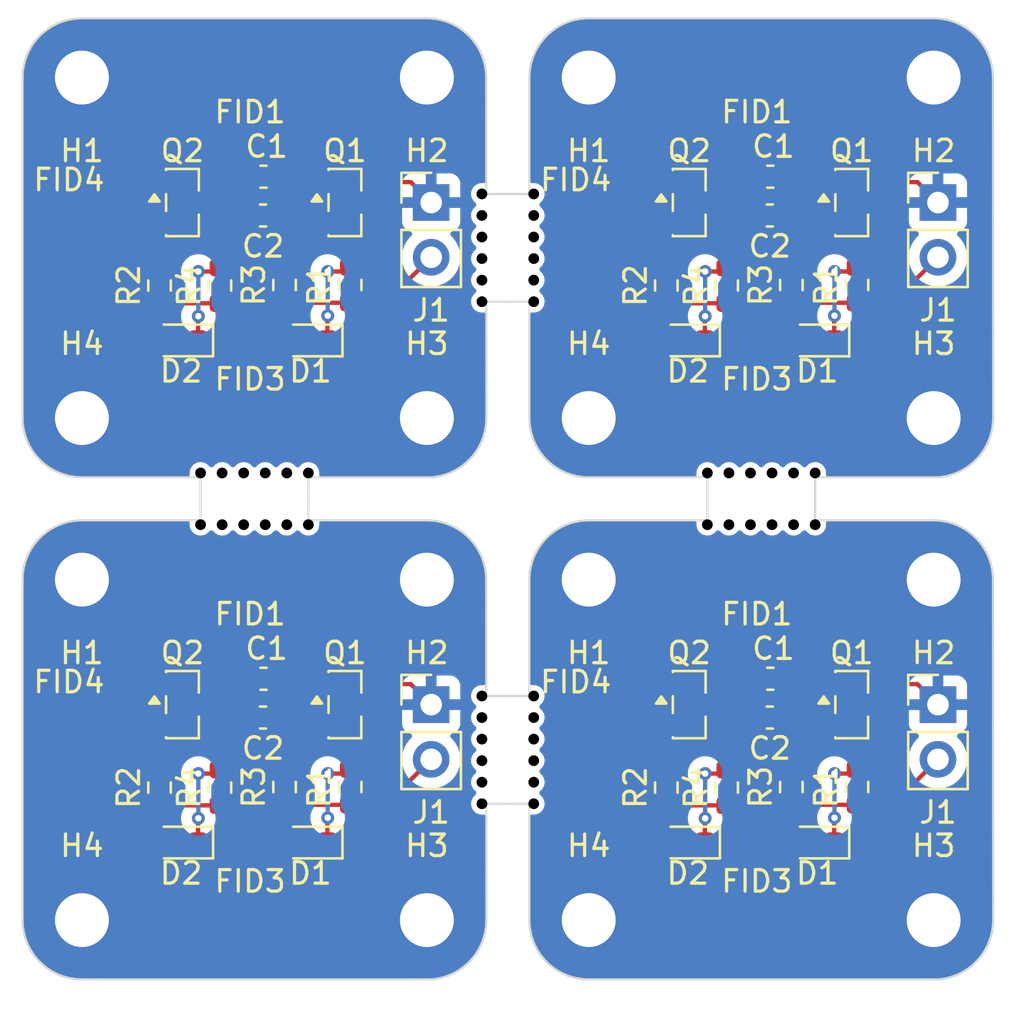
<source format=kicad_pcb>
(kicad_pcb (version 20241229) (generator "pcbnew") (generator_version "9.0")
  (layers (0 "F.Cu" signal) (2 "B.Cu" signal) (13 "F.Paste" user) (15 "B.Paste" user) (5 "F.SilkS" user "F.Silkscreen") (7 "B.SilkS" user "B.Silkscreen") (1 "F.Mask" user) (3 "B.Mask" user) (25 "Edge.Cuts" user))
  (net 0 "")
  (net 1 "Board_0-GND")
  (net 2 "Board_0-Net-(D1-K)")
  (net 3 "Board_0-Net-(D2-K)")
  (net 4 "Board_0-VCC")
  (net 5 "Board_0-bjt_1")
  (net 6 "Board_0-bjt_2")
  (net 7 "Board_1-GND")
  (net 8 "Board_1-Net-(D1-K)")
  (net 9 "Board_1-Net-(D2-K)")
  (net 10 "Board_1-VCC")
  (net 11 "Board_1-bjt_1")
  (net 12 "Board_1-bjt_2")
  (net 13 "Board_2-GND")
  (net 14 "Board_2-Net-(D1-K)")
  (net 15 "Board_2-Net-(D2-K)")
  (net 16 "Board_2-VCC")
  (net 17 "Board_2-bjt_1")
  (net 18 "Board_2-bjt_2")
  (net 19 "Board_3-GND")
  (net 20 "Board_3-Net-(D1-K)")
  (net 21 "Board_3-Net-(D2-K)")
  (net 22 "Board_3-VCC")
  (net 23 "Board_3-bjt_1")
  (net 24 "Board_3-bjt_2")
  (footprint "Resistor_SMD:R_0603_1608Metric" (layer "F.Cu") (at 161.65 55.675 90)
    (property "Reference" "R3")
    (property "Value" "5K")
  )
  (footprint "Package_TO_SOT_SMD:SOT-23" (layer "F.Cu") (at 133.405237 28.55)
    (property "Reference" "Q2")
    (property "Value" "2N3904")
  )
  (footprint "MountingHole:MountingHole_2.5mm_Pad" (layer "F.Cu") (at 152.25 46.05)
    (property "Reference" "H1")
    (property "Value" "MountingHole_Pad" (hide yes))
  )
  (footprint "Package_TO_SOT_SMD:SOT-23" (layer "F.Cu") (at 156.9125 28.55)
    (property "Reference" "Q2")
    (property "Value" "2N3904")
  )
  (footprint "NPTH" (layer "F.Cu") (at 159.753631 41.099999)
    (property "Reference" "KiKit_MB_4_4" (hide yes))
    (property "Value" "NPTH" (hide yes))
  )
  (footprint "Fiducial:Fiducial_1.5mm_Mask3mm" (layer "F.Cu") (at 151.65 53.25)
    (property "Reference" "FID4")
    (property "Value" "Fiducial" (hide yes))
  )
  (footprint "NPTH" (layer "F.Cu") (at 147.295678 29.150092)
    (property "Reference" "KiKit_MB_1_2" (hide yes))
    (property "Value" "NPTH" (hide yes))
  )
  (footprint "MountingHole:MountingHole_2.5mm_Pad" (layer "F.Cu") (at 144.742737 61.85)
    (property "Reference" "H3")
    (property "Value" "MountingHole_Pad" (hide yes))
  )
  (footprint "Resistor_SMD:R_0603_1608Metric" (layer "F.Cu") (at 135.142737 55.7 90)
    (property "Reference" "R4")
    (property "Value" "1K")
  )
  (footprint "Fiducial:Fiducial_1.5mm_Mask3mm" (layer "F.Cu") (at 160.05 62.45)
    (property "Reference" "FID3")
    (property "Value" "Fiducial" (hide yes))
  )
  (footprint "NPTH" (layer "F.Cu") (at 135.246369 41.099999)
    (property "Reference" "KiKit_MB_2_5" (hide yes))
    (property "Value" "NPTH" (hide yes))
  )
  (footprint "Fiducial:Fiducial_1.5mm_Mask3mm" (layer "F.Cu") (at 160.05 45.05)
    (property "Reference" "FID1")
    (property "Value" "Fiducial" (hide yes))
  )
  (footprint "LED_SMD:LED_0603_1608Metric" (layer "F.Cu") (at 162.85 34.95 180)
    (property "Reference" "D1")
    (property "Value" "LED")
  )
  (footprint "NPTH" (layer "F.Cu") (at 161.753631 41.099999)
    (property "Reference" "KiKit_MB_4_2" (hide yes))
    (property "Value" "NPTH" (hide yes))
  )
  (footprint "Connector_PinHeader_2.54mm:PinHeader_1x02_P2.54mm_Vertical" (layer "F.Cu") (at 144.942737 51.85)
    (property "Reference" "J1")
    (property "Value" "POWER INPUT")
  )
  (footprint "Resistor_SMD:R_0603_1608Metric" (layer "F.Cu") (at 158.65 32.4 90)
    (property "Reference" "R4")
    (property "Value" "1K")
  )
  (footprint "Package_TO_SOT_SMD:SOT-23" (layer "F.Cu") (at 164.45 51.85)
    (property "Reference" "Q1")
    (property "Value" "2N3904")
  )
  (footprint "Capacitor_SMD:C_0603_1608Metric" (layer "F.Cu") (at 160.675 27.35 180)
    (property "Reference" "C1")
    (property "Value" "220uF")
  )
  (footprint "NPTH" (layer "F.Cu") (at 149.7 31.15)
    (property "Reference" "KiKit_MB_3_3" (hide yes))
    (property "Value" "NPTH" (hide yes))
  )
  (footprint "Fiducial:Fiducial_1.5mm_Mask3mm" (layer "F.Cu") (at 128.142737 53.25)
    (property "Reference" "FID4")
    (property "Value" "Fiducial" (hide yes))
  )
  (footprint "MountingHole:MountingHole_2.5mm_Pad" (layer "F.Cu") (at 144.742737 38.55)
    (property "Reference" "H3")
    (property "Value" "MountingHole_Pad" (hide yes))
  )
  (footprint "NPTH" (layer "F.Cu") (at 147.295219 28.150092)
    (property "Reference" "KiKit_MB_1_1" (hide yes))
    (property "Value" "NPTH" (hide yes))
  )
  (footprint "NPTH" (layer "F.Cu") (at 136.246369 43.5)
    (property "Reference" "KiKit_MB_6_3" (hide yes))
    (property "Value" "NPTH" (hide yes))
  )
  (footprint "Resistor_SMD:R_0603_1608Metric" (layer "F.Cu") (at 141.186059 32.375 90)
    (property "Reference" "R1")
    (property "Value" "1K")
  )
  (footprint "Capacitor_SMD:C_0603_1608Metric" (layer "F.Cu") (at 160.65 52.45 180)
    (property "Reference" "C2")
    (property "Value" "220uF")
  )
  (footprint "Capacitor_SMD:C_0603_1608Metric" (layer "F.Cu") (at 137.142737 52.45 180)
    (property "Reference" "C2")
    (property "Value" "220uF")
  )
  (footprint "NPTH" (layer "F.Cu") (at 149.7 54.45)
    (property "Reference" "KiKit_MB_7_3" (hide yes))
    (property "Value" "NPTH" (hide yes))
  )
  (footprint "Fiducial:Fiducial_1.5mm_Mask3mm" (layer "F.Cu") (at 136.542737 45.05)
    (property "Reference" "FID1")
    (property "Value" "Fiducial" (hide yes))
  )
  (footprint "MountingHole:MountingHole_2.5mm_Pad" (layer "F.Cu") (at 128.742737 61.85)
    (property "Reference" "H4")
    (property "Value" "MountingHole_Pad" (hide yes))
  )
  (footprint "Capacitor_SMD:C_0603_1608Metric" (layer "F.Cu") (at 160.675 50.65 180)
    (property "Reference" "C1")
    (property "Value" "220uF")
  )
  (footprint "Fiducial:Fiducial_1.5mm_Mask3mm" (layer "F.Cu") (at 136.542737 21.75)
    (property "Reference" "FID1")
    (property "Value" "Fiducial" (hide yes))
  )
  (footprint "NPTH" (layer "F.Cu") (at 157.753631 41.099999)
    (property "Reference" "KiKit_MB_4_6" (hide yes))
    (property "Value" "NPTH" (hide yes))
  )
  (footprint "Package_TO_SOT_SMD:SOT-23" (layer "F.Cu") (at 140.942737 51.85)
    (property "Reference" "Q1")
    (property "Value" "2N3904")
  )
  (footprint "NPTH" (layer "F.Cu") (at 157.753631 43.5)
    (property "Reference" "KiKit_MB_8_1" (hide yes))
    (property "Value" "NPTH" (hide yes))
  )
  (footprint "MountingHole:MountingHole_2.5mm_Pad" (layer "F.Cu") (at 128.742737 38.55)
    (property "Reference" "H4")
    (property "Value" "MountingHole_Pad" (hide yes))
  )
  (footprint "Resistor_SMD:R_0603_1608Metric" (layer "F.Cu") (at 138.142737 32.375 90)
    (property "Reference" "R3")
    (property "Value" "5K")
  )
  (footprint "LED_SMD:LED_0603_1608Metric" (layer "F.Cu") (at 133.342737 34.95 180)
    (property "Reference" "D2")
    (property "Value" "LED")
  )
  (footprint "NPTH" (layer "F.Cu") (at 134.246369 41.099999)
    (property "Reference" "KiKit_MB_2_6" (hide yes))
    (property "Value" "NPTH" (hide yes))
  )
  (footprint "NPTH" (layer "F.Cu") (at 139.246368 43.5)
    (property "Reference" "KiKit_MB_6_6" (hide yes))
    (property "Value" "NPTH" (hide yes))
  )
  (footprint "Capacitor_SMD:C_0603_1608Metric" (layer "F.Cu") (at 137.167737 27.35 180)
    (property "Reference" "C1")
    (property "Value" "220uF")
  )
  (footprint "NPTH" (layer "F.Cu") (at 158.753631 43.5)
    (property "Reference" "KiKit_MB_8_2" (hide yes))
    (property "Value" "NPTH" (hide yes))
  )
  (footprint "NPTH" (layer "F.Cu") (at 147.297058 55.450091)
    (property "Reference" "KiKit_MB_5_5" (hide yes))
    (property "Value" "NPTH" (hide yes))
  )
  (footprint "Resistor_SMD:R_0603_1608Metric" (layer "F.Cu") (at 135.142737 32.4 90)
    (property "Reference" "R4")
    (property "Value" "1K")
  )
  (footprint "MountingHole:MountingHole_2.5mm_Pad" (layer "F.Cu") (at 152.25 38.55)
    (property "Reference" "H4")
    (property "Value" "MountingHole_Pad" (hide yes))
  )
  (footprint "NPTH" (layer "F.Cu") (at 149.7 56.45)
    (property "Reference" "KiKit_MB_7_1" (hide yes))
    (property "Value" "NPTH" (hide yes))
  )
  (footprint "NPTH" (layer "F.Cu") (at 159.753631 43.5)
    (property "Reference" "KiKit_MB_8_3" (hide yes))
    (property "Value" "NPTH" (hide yes))
  )
  (footprint "NPTH" (layer "F.Cu") (at 136.246369 41.099999)
    (property "Reference" "KiKit_MB_2_4" (hide yes))
    (property "Value" "NPTH" (hide yes))
  )
  (footprint "LED_SMD:LED_0603_1608Metric" (layer "F.Cu") (at 156.85 34.95 180)
    (property "Reference" "D2")
    (property "Value" "LED")
  )
  (footprint "NPTH" (layer "F.Cu") (at 149.7 28.15)
    (property "Reference" "KiKit_MB_3_6" (hide yes))
    (property "Value" "NPTH" (hide yes))
  )
  (footprint "Resistor_SMD:R_0603_1608Metric" (layer "F.Cu") (at 132.342737 32.4 90)
    (property "Reference" "R2")
    (property "Value" "5K")
  )
  (footprint "NPTH" (layer "F.Cu") (at 149.7 32.15)
    (property "Reference" "KiKit_MB_3_2" (hide yes))
    (property "Value" "NPTH" (hide yes))
  )
  (footprint "NPTH" (layer "F.Cu") (at 149.7 53.45)
    (property "Reference" "KiKit_MB_7_4" (hide yes))
    (property "Value" "NPTH" (hide yes))
  )
  (footprint "Resistor_SMD:R_0603_1608Metric" (layer "F.Cu") (at 164.693322 55.675 90)
    (property "Reference" "R1")
    (property "Value" "1K")
  )
  (footprint "NPTH" (layer "F.Cu") (at 161.753631 43.5)
    (property "Reference" "KiKit_MB_8_5" (hide yes))
    (property "Value" "NPTH" (hide yes))
  )
  (footprint "LED_SMD:LED_0603_1608Metric" (layer "F.Cu") (at 139.342737 34.95 180)
    (property "Reference" "D1")
    (property "Value" "LED")
  )
  (footprint "Fiducial:Fiducial_1.5mm_Mask3mm" (layer "F.Cu") (at 136.542737 39.15)
    (property "Reference" "FID3")
    (property "Value" "Fiducial" (hide yes))
  )
  (footprint "NPTH" (layer "F.Cu") (at 149.7 52.45)
    (property "Reference" "KiKit_MB_7_5" (hide yes))
    (property "Value" "NPTH" (hide yes))
  )
  (footprint "NPTH" (layer "F.Cu") (at 160.753631 43.5)
    (property "Reference" "KiKit_MB_8_4" (hide yes))
    (property "Value" "NPTH" (hide yes))
  )
  (footprint "MountingHole:MountingHole_2.5mm_Pad" (layer "F.Cu") (at 168.25 46.05)
    (property "Reference" "H2")
    (property "Value" "MountingHole_Pad" (hide yes))
  )
  (footprint "Capacitor_SMD:C_0603_1608Metric" (layer "F.Cu") (at 137.142737 29.15 180)
    (property "Reference" "C2")
    (property "Value" "220uF")
  )
  (footprint "Capacitor_SMD:C_0603_1608Metric" (layer "F.Cu") (at 137.167737 50.65 180)
    (property "Reference" "C1")
    (property "Value" "220uF")
  )
  (footprint "NPTH" (layer "F.Cu") (at 139.246368 41.099999)
    (property "Reference" "KiKit_MB_2_1" (hide yes))
    (property "Value" "NPTH" (hide yes))
  )
  (footprint "MountingHole:MountingHole_2.5mm_Pad" (layer "F.Cu") (at 144.742737 22.75)
    (property "Reference" "H2")
    (property "Value" "MountingHole_Pad" (hide yes))
  )
  (footprint "MountingHole:MountingHole_2.5mm_Pad" (layer "F.Cu") (at 168.25 22.75)
    (property "Reference" "H2")
    (property "Value" "MountingHole_Pad" (hide yes))
  )
  (footprint "NPTH" (layer "F.Cu") (at 149.7 29.15)
    (property "Reference" "KiKit_MB_3_5" (hide yes))
    (property "Value" "NPTH" (hide yes))
  )
  (footprint "NPTH" (layer "F.Cu") (at 147.295678 52.450091)
    (property "Reference" "KiKit_MB_5_2" (hide yes))
    (property "Value" "NPTH" (hide yes))
  )
  (footprint "NPTH" (layer "F.Cu") (at 158.753631 41.099999)
    (property "Reference" "KiKit_MB_4_5" (hide yes))
    (property "Value" "NPTH" (hide yes))
  )
  (footprint "NPTH" (layer "F.Cu") (at 147.297517 33.150091)
    (property "Reference" "KiKit_MB_1_6" (hide yes))
    (property "Value" "NPTH" (hide yes))
  )
  (footprint "Connector_PinHeader_2.54mm:PinHeader_1x02_P2.54mm_Vertical" (layer "F.Cu") (at 144.942737 28.55)
    (property "Reference" "J1")
    (property "Value" "POWER INPUT")
  )
  (footprint "NPTH" (layer "F.Cu") (at 149.7 33.15)
    (property "Reference" "KiKit_MB_3_1" (hide yes))
    (property "Value" "NPTH" (hide yes))
  )
  (footprint "MountingHole:MountingHole_2.5mm_Pad" (layer "F.Cu") (at 128.742737 22.75)
    (property "Reference" "H1")
    (property "Value" "MountingHole_Pad" (hide yes))
  )
  (footprint "Resistor_SMD:R_0603_1608Metric" (layer "F.Cu") (at 158.65 55.7 90)
    (property "Reference" "R4")
    (property "Value" "1K")
  )
  (footprint "Resistor_SMD:R_0603_1608Metric" (layer "F.Cu") (at 155.85 55.7 90)
    (property "Reference" "R2")
    (property "Value" "5K")
  )
  (footprint "NPTH" (layer "F.Cu") (at 162.753631 41.099999)
    (property "Reference" "KiKit_MB_4_1" (hide yes))
    (property "Value" "NPTH" (hide yes))
  )
  (footprint "NPTH" (layer "F.Cu") (at 149.7 30.15)
    (property "Reference" "KiKit_MB_3_4" (hide yes))
    (property "Value" "NPTH" (hide yes))
  )
  (footprint "Resistor_SMD:R_0603_1608Metric" (layer "F.Cu") (at 138.142737 55.675 90)
    (property "Reference" "R3")
    (property "Value" "5K")
  )
  (footprint "LED_SMD:LED_0603_1608Metric" (layer "F.Cu") (at 156.85 58.25 180)
    (property "Reference" "D2")
    (property "Value" "LED")
  )
  (footprint "Fiducial:Fiducial_1.5mm_Mask3mm" (layer "F.Cu") (at 136.542737 62.45)
    (property "Reference" "FID3")
    (property "Value" "Fiducial" (hide yes))
  )
  (footprint "Fiducial:Fiducial_1.5mm_Mask3mm" (layer "F.Cu") (at 151.65 29.95)
    (property "Reference" "FID4")
    (property "Value" "Fiducial" (hide yes))
  )
  (footprint "LED_SMD:LED_0603_1608Metric" (layer "F.Cu") (at 139.342737 58.25 180)
    (property "Reference" "D1")
    (property "Value" "LED")
  )
  (footprint "NPTH" (layer "F.Cu") (at 147.296138 53.450091)
    (property "Reference" "KiKit_MB_5_3" (hide yes))
    (property "Value" "NPTH" (hide yes))
  )
  (footprint "NPTH" (layer "F.Cu") (at 138.246368 41.099999)
    (property "Reference" "KiKit_MB_2_2" (hide yes))
    (property "Value" "NPTH" (hide yes))
  )
  (footprint "Resistor_SMD:R_0603_1608Metric" (layer "F.Cu") (at 155.85 32.4 90)
    (property "Reference" "R2")
    (property "Value" "5K")
  )
  (footprint "LED_SMD:LED_0603_1608Metric" (layer "F.Cu") (at 133.342737 58.25 180)
    (property "Reference" "D2")
    (property "Value" "LED")
  )
  (footprint "NPTH" (layer "F.Cu") (at 137.246368 43.5)
    (property "Reference" "KiKit_MB_6_4" (hide yes))
    (property "Value" "NPTH" (hide yes))
  )
  (footprint "NPTH" (layer "F.Cu") (at 149.7 51.45)
    (property "Reference" "KiKit_MB_7_6" (hide yes))
    (property "Value" "NPTH" (hide yes))
  )
  (footprint "Package_TO_SOT_SMD:SOT-23" (layer "F.Cu") (at 164.45 28.55)
    (property "Reference" "Q1")
    (property "Value" "2N3904")
  )
  (footprint "Resistor_SMD:R_0603_1608Metric" (layer "F.Cu") (at 161.65 32.375 90)
    (property "Reference" "R3")
    (property "Value" "5K")
  )
  (footprint "NPTH" (layer "F.Cu") (at 147.296598 54.450091)
    (property "Reference" "KiKit_MB_5_4" (hide yes))
    (property "Value" "NPTH" (hide yes))
  )
  (footprint "Fiducial:Fiducial_1.5mm_Mask3mm" (layer "F.Cu") (at 160.05 39.15)
    (property "Reference" "FID3")
    (property "Value" "Fiducial" (hide yes))
  )
  (footprint "Resistor_SMD:R_0603_1608Metric" (layer "F.Cu") (at 141.186059 55.675 90)
    (property "Reference" "R1")
    (property "Value" "1K")
  )
  (footprint "NPTH" (layer "F.Cu") (at 147.296598 31.150091)
    (property "Reference" "KiKit_MB_1_4" (hide yes))
    (property "Value" "NPTH" (hide yes))
  )
  (footprint "MountingHole:MountingHole_2.5mm_Pad" (layer "F.Cu") (at 144.742737 46.05)
    (property "Reference" "H2")
    (property "Value" "MountingHole_Pad" (hide yes))
  )
  (footprint "NPTH" (layer "F.Cu") (at 135.246369 43.5)
    (property "Reference" "KiKit_MB_6_2" (hide yes))
    (property "Value" "NPTH" (hide yes))
  )
  (footprint "Capacitor_SMD:C_0603_1608Metric" (layer "F.Cu") (at 160.65 29.15 180)
    (property "Reference" "C2")
    (property "Value" "220uF")
  )
  (footprint "MountingHole:MountingHole_2.5mm_Pad" (layer "F.Cu") (at 168.25 61.85)
    (property "Reference" "H3")
    (property "Value" "MountingHole_Pad" (hide yes))
  )
  (footprint "NPTH" (layer "F.Cu") (at 147.296138 30.150092)
    (property "Reference" "KiKit_MB_1_3" (hide yes))
    (property "Value" "NPTH" (hide yes))
  )
  (footprint "LED_SMD:LED_0603_1608Metric" (layer "F.Cu") (at 162.85 58.25 180)
    (property "Reference" "D1")
    (property "Value" "LED")
  )
  (footprint "NPTH" (layer "F.Cu") (at 149.7 55.45)
    (property "Reference" "KiKit_MB_7_2" (hide yes))
    (property "Value" "NPTH" (hide yes))
  )
  (footprint "Connector_PinHeader_2.54mm:PinHeader_1x02_P2.54mm_Vertical" (layer "F.Cu") (at 168.45 28.55)
    (property "Reference" "J1")
    (property "Value" "POWER INPUT")
  )
  (footprint "MountingHole:MountingHole_2.5mm_Pad" (layer "F.Cu") (at 152.25 61.85)
    (property "Reference" "H4")
    (property "Value" "MountingHole_Pad" (hide yes))
  )
  (footprint "NPTH" (layer "F.Cu") (at 147.297058 32.150091)
    (property "Reference" "KiKit_MB_1_5" (hide yes))
    (property "Value" "NPTH" (hide yes))
  )
  (footprint "Resistor_SMD:R_0603_1608Metric" (layer "F.Cu") (at 164.693322 32.375 90)
    (property "Reference" "R1")
    (property "Value" "1K")
  )
  (footprint "NPTH" (layer "F.Cu") (at 134.246369 43.5)
    (property "Reference" "KiKit_MB_6_1" (hide yes))
    (property "Value" "NPTH" (hide yes))
  )
  (footprint "NPTH" (layer "F.Cu") (at 147.295219 51.450091)
    (property "Reference" "KiKit_MB_5_1" (hide yes))
    (property "Value" "NPTH" (hide yes))
  )
  (footprint "Package_TO_SOT_SMD:SOT-23" (layer "F.Cu") (at 140.942737 28.55)
    (property "Reference" "Q1")
    (property "Value" "2N3904")
  )
  (footprint "MountingHole:MountingHole_2.5mm_Pad" (layer "F.Cu") (at 128.742737 46.05)
    (property "Reference" "H1")
    (property "Value" "MountingHole_Pad" (hide yes))
  )
  (footprint "Fiducial:Fiducial_1.5mm_Mask3mm" (layer "F.Cu") (at 160.05 21.75)
    (property "Reference" "FID1")
    (property "Value" "Fiducial" (hide yes))
  )
  (footprint "NPTH" (layer "F.Cu") (at 137.246368 41.099999)
    (property "Reference" "KiKit_MB_2_3" (hide yes))
    (property "Value" "NPTH" (hide yes))
  )
  (footprint "MountingHole:MountingHole_2.5mm_Pad" (layer "F.Cu") (at 152.25 22.75)
    (property "Reference" "H1")
    (property "Value" "MountingHole_Pad" (hide yes))
  )
  (footprint "NPTH" (layer "F.Cu") (at 147.297517 56.450091)
    (property "Reference" "KiKit_MB_5_6" (hide yes))
    (property "Value" "NPTH" (hide yes))
  )
  (footprint "NPTH" (layer "F.Cu") (at 138.246368 43.5)
    (property "Reference" "KiKit_MB_6_5" (hide yes))
    (property "Value" "NPTH" (hide yes))
  )
  (footprint "Connector_PinHeader_2.54mm:PinHeader_1x02_P2.54mm_Vertical" (layer "F.Cu") (at 168.45 51.85)
    (property "Reference" "J1")
    (property "Value" "POWER INPUT")
  )
  (footprint "Package_TO_SOT_SMD:SOT-23" (layer "F.Cu") (at 156.9125 51.85)
    (property "Reference" "Q2")
    (property "Value" "2N3904")
  )
  (footprint "Resistor_SMD:R_0603_1608Metric" (layer "F.Cu") (at 132.342737 55.7 90)
    (property "Reference" "R2")
    (property "Value" "5K")
  )
  (footprint "Fiducial:Fiducial_1.5mm_Mask3mm" (layer "F.Cu") (at 128.142737 29.95)
    (property "Reference" "FID4")
    (property "Value" "Fiducial" (hide yes))
  )
  (footprint "MountingHole:MountingHole_2.5mm_Pad" (layer "F.Cu") (at 168.25 38.55)
    (property "Reference" "H3")
    (property "Value" "MountingHole_Pad" (hide yes))
  )
  (footprint "NPTH" (layer "F.Cu") (at 160.753631 41.099999)
    (property "Reference" "KiKit_MB_4_3" (hide yes))
    (property "Value" "NPTH" (hide yes))
  )
  (footprint "Package_TO_SOT_SMD:SOT-23" (layer "F.Cu") (at 133.405237 51.85)
    (property "Reference" "Q2")
    (property "Value" "2N3904")
  )
  (footprint "NPTH" (layer "F.Cu") (at 162.753631 43.5)
    (property "Reference" "KiKit_MB_8_6" (hide yes))
    (property "Value" "NPTH" (hide yes))
  )
  (gr_line (start 126.951462 43.963415) (end 126.848077 44.056819) (stroke (width 0.1)) (layer "Edge.Cuts"))
  (gr_line (start 169.661826 64.218384) (end 169.782243 64.142319) (stroke (width 0.1)) (layer "Edge.Cuts"))
  (gr_line (start 147.211699 21.538916) (end 147.14719 21.415419) (stroke (width 0.1)) (layer "Edge.Cuts"))
  (gr_line (start 145.827215 43.522866) (end 145.697826 43.471181) (stroke (width 0.1)) (layer "Edge.Cuts"))
  (gr_line (start 168.25 43.3) (end 162.753631 43.3) (stroke (width 0.1)) (layer "Edge.Cuts"))
  (gr_line (start 126.408965 63.304651) (end 126.485637 63.420987) (stroke (width 0.1)) (layer "Edge.Cuts"))
  (gr_line (start 149.514109 38.828212) (end 149.531712 38.966426) (stroke (width 0.1)) (layer "Edge.Cuts"))
  (gr_line (start 125.996266 61.989285) (end 126.006846 62.128212) (stroke (width 0.1)) (layer "Edge.Cuts"))
  (gr_line (start 169.410021 64.351369) (end 169.537642 64.288129) (stroke (width 0.1)) (layer "Edge.Cuts"))
  (gr_line (start 126.848077 44.056819) (end 126.749556 44.15534) (stroke (width 0.1)) (layer "Edge.Cuts"))
  (gr_line (start 170.647423 39.911932) (end 170.714553 39.786315) (stroke (width 0.1)) (layer "Edge.Cuts"))
  (gr_line (start 128.32631 41.268287) (end 128.464524 41.28589) (stroke (width 0.1)) (layer "Edge.Cuts"))
  (gr_line (start 134.246368 42.3015) (end 134.246368 43.3) (stroke (width 0.1)) (layer "Edge.Cuts"))
  (gr_line (start 125.992737 61.85) (end 125.996266 61.989285) (stroke (width 0.1)) (layer "Edge.Cuts"))
  (gr_line (start 149.671181 45.09491) (end 149.626117 45.226751) (stroke (width 0.1)) (layer "Edge.Cuts"))
  (gr_line (start 126.024449 45.633573) (end 126.006846 45.771787) (stroke (width 0.1)) (layer "Edge.Cuts"))
  (gr_line (start 145.225305 41.264705) (end 145.364846 41.236164) (stroke (width 0.1)) (layer "Edge.Cuts"))
  (gr_line (start 169.461083 20.281037) (end 169.334478 20.222866) (stroke (width 0.1)) (layer "Edge.Cuts"))
  (gr_line (start 139.246368 41.299999) (end 144.942736 41.299999) (stroke (width 0.1)) (layer "Edge.Cuts"))
  (gr_line (start 147.066632 63.333916) (end 147.14016 63.211932) (stroke (width 0.1)) (layer "Edge.Cuts"))
  (gr_line (start 170.875857 62.691052) (end 170.915785 62.554334) (stroke (width 0.1)) (layer "Edge.Cuts"))
  (gr_line (start 149.845546 63.18458) (end 149.916228 63.304651) (stroke (width 0.1)) (layer "Edge.Cuts"))
  (gr_line (start 147.404949 45.360705) (end 147.366619 45.226751) (stroke (width 0.1)) (layer "Edge.Cuts"))
  (gr_line (start 134.246368 42.2995) (end 134.246368 42.3015) (stroke (width 0.1)) (layer "Edge.Cuts"))
  (gr_line (start 147.497517 33.15) (end 148.499 33.15) (stroke (width 0.1)) (layer "Edge.Cuts"))
  (gr_line (start 126.024449 22.333573) (end 126.006846 22.471787) (stroke (width 0.1)) (layer "Edge.Cuts"))
  (gr_line (start 149.514109 22.471787) (end 149.503529 22.610714) (stroke (width 0.1)) (layer "Edge.Cuts"))
  (gr_line (start 170.336584 20.958725) (end 170.24318 20.85534) (stroke (width 0.1)) (layer "Edge.Cuts"))
  (gr_line (start 149.556292 45.496429) (end 149.531712 45.633573) (stroke (width 0.1)) (layer "Edge.Cuts"))
  (gr_line (start 149.5 51.45) (end 148.501 51.45) (stroke (width 0.1)) (layer "Edge.Cuts"))
  (gr_line (start 168.528212 20.014109) (end 168.389285 20.003529) (stroke (width 0.1)) (layer "Edge.Cuts"))
  (gr_line (start 134.246368 43.3) (end 128.742737 43.3) (stroke (width 0.1)) (layer "Edge.Cuts"))
  (gr_line (start 125.992737 22.75) (end 125.992737 38.55) (stroke (width 0.1)) (layer "Edge.Cuts"))
  (gr_line (start 126.273774 21.538916) (end 126.215603 21.665521) (stroke (width 0.1)) (layer "Edge.Cuts"))
  (gr_line (start 170.573895 40.033916) (end 170.647423 39.911932) (stroke (width 0.1)) (layer "Edge.Cuts"))
  (gr_line (start 147.485295 62.134384) (end 147.496321 61.992382) (stroke (width 0.1)) (layer "Edge.Cuts"))
  (gr_line (start 147.492737 46.05) (end 147.489207 45.910714) (stroke (width 0.1)) (layer "Edge.Cuts"))
  (gr_line (start 125.992737 46.05) (end 125.992737 61.85) (stroke (width 0.1)) (layer "Edge.Cuts"))
  (gr_line (start 151.696429 43.356292) (end 151.560705 43.387787) (stroke (width 0.1)) (layer "Edge.Cuts"))
  (gr_line (start 126.848077 40.54318) (end 126.951462 40.636584) (stroke (width 0.1)) (layer "Edge.Cuts"))
  (gr_line (start 146.901187 40.265689) (end 146.986904 40.15194) (stroke (width 0.1)) (layer "Edge.Cuts"))
  (gr_line (start 146.534011 20.663415) (end 146.426028 20.575366) (stroke (width 0.1)) (layer "Edge.Cuts"))
  (gr_line (start 126.118854 21.926751) (end 126.080524 22.060705) (stroke (width 0.1)) (layer "Edge.Cuts"))
  (gr_line (start 170.9486 62.415735) (end 170.974213 62.275628) (stroke (width 0.1)) (layer "Edge.Cuts"))
  (gr_line (start 170.219982 40.479162) (end 170.316974 40.37486) (stroke (width 0.1)) (layer "Edge.Cuts"))
  (gr_line (start 127.531653 20.281037) (end 127.408156 20.345546) (stroke (width 0.1)) (layer "Edge.Cuts"))
  (gr_line (start 168.449999 64.599999) (end 168.59174 64.586003) (stroke (width 0.1)) (layer "Edge.Cuts"))
  (gr_line (start 145.902758 64.351369) (end 146.030379 64.288129) (stroke (width 0.1)) (layer "Edge.Cuts"))
  (gr_line (start 150.256819 44.15534) (end 150.163415 44.258725) (stroke (width 0.1)) (layer "Edge.Cuts"))
  (gr_line (start 170.573895 63.333916) (end 170.647423 63.211932) (stroke (width 0.1)) (layer "Edge.Cuts"))
  (gr_line (start 149.626117 39.373248) (end 149.671181 39.505089) (stroke (width 0.1)) (layer "Edge.Cuts"))
  (gr_line (start 150.075366 63.533291) (end 150.163415 63.641274) (stroke (width 0.1)) (layer "Edge.Cuts"))
  (gr_line (start 127.919488 41.173882) (end 128.053442 41.212212) (stroke (width 0.1)) (layer "Edge.Cuts"))
  (gr_line (start 146.712719 63.779162) (end 146.809711 63.67486) (stroke (width 0.1)) (layer "Edge.Cuts"))
  (gr_line (start 146.986904 40.15194) (end 147.066632 40.033916) (stroke (width 0.1)) (layer "Edge.Cuts"))
  (gr_line (start 149.5 46.05) (end 149.5 51.45) (stroke (width 0.1)) (layer "Edge.Cuts"))
  (gr_line (start 145.772042 41.107934) (end 145.902758 41.051369) (stroke (width 0.1)) (layer "Edge.Cuts"))
  (gr_line (start 147.076508 44.595348) (end 146.999836 44.479012) (stroke (width 0.1)) (layer "Edge.Cuts"))
  (gr_line (start 170.219982 63.779162) (end 170.316974 63.67486) (stroke (width 0.1)) (layer "Edge.Cuts"))
  (gr_line (start 169.00999 64.500455) (end 169.145843 64.457674) (stroke (width 0.1)) (layer "Edge.Cuts"))
  (gr_line (start 147.14719 21.415419) (end 147.076508 21.295348) (stroke (width 0.1)) (layer "Edge.Cuts"))
  (gr_line (start 127.919488 64.473882) (end 128.053442 64.512212) (stroke (width 0.1)) (layer "Edge.Cuts"))
  (gr_line (start 126.049029 45.496429) (end 126.024449 45.633573) (stroke (width 0.1)) (layer "Edge.Cuts"))
  (gr_line (start 149.845546 39.88458) (end 149.916228 40.004651) (stroke (width 0.1)) (layer "Edge.Cuts"))
  (gr_line (start 145.432031 20.087787) (end 145.296307 20.056292) (stroke (width 0.1)) (layer "Edge.Cuts"))
  (gr_line (start 171.007263 61.85) (end 171 46.05) (stroke (width 0.1)) (layer "Edge.Cuts"))
  (gr_line (start 151.038916 20.281037) (end 150.915419 20.345546) (stroke (width 0.1)) (layer "Edge.Cuts"))
  (gr_line (start 126.080524 22.060705) (end 126.049029 22.196429) (stroke (width 0.1)) (layer "Edge.Cuts"))
  (gr_line (start 168.528212 43.314109) (end 168.389285 43.303529) (stroke (width 0.1)) (layer "Edge.Cuts"))
  (gr_line (start 146.809711 63.67486) (end 146.901187 63.565689) (stroke (width 0.1)) (layer "Edge.Cuts"))
  (gr_line (start 171 22.75) (end 170.99647 22.610714) (stroke (width 0.1)) (layer "Edge.Cuts"))
  (gr_line (start 169.58458 20.345546) (end 169.461083 20.281037) (stroke (width 0.1)) (layer "Edge.Cuts"))
  (gr_line (start 150.163415 40.341274) (end 150.256819 40.444659) (stroke (width 0.1)) (layer "Edge.Cuts"))
  (gr_line (start 126.080524 45.360705) (end 126.049029 45.496429) (stroke (width 0.1)) (layer "Edge.Cuts"))
  (gr_line (start 150.795348 64.183771) (end 150.915419 64.254453) (stroke (width 0.1)) (layer "Edge.Cuts"))
  (gr_line (start 127.658258 41.077133) (end 127.787647 41.128818) (stroke (width 0.1)) (layer "Edge.Cuts"))
  (gr_line (start 149.556292 62.40357) (end 149.587787 62.539294) (stroke (width 0.1)) (layer "Edge.Cuts"))
  (gr_line (start 168.449999 41.299999) (end 168.59174 41.286003) (stroke (width 0.1)) (layer "Edge.Cuts"))
  (gr_line (start 170.875857 39.391052) (end 170.915785 39.254334) (stroke (width 0.1)) (layer "Edge.Cuts"))
  (gr_line (start 148.501 56.45) (end 149.5 56.45) (stroke (width 0.1)) (layer "Edge.Cuts"))
  (gr_line (start 170.24318 44.15534) (end 170.144659 44.056819) (stroke (width 0.1)) (layer "Edge.Cuts"))
  (gr_line (start 151.426751 43.426117) (end 151.29491 43.471181) (stroke (width 0.1)) (layer "Edge.Cuts"))
  (gr_line (start 145.95382 20.281037) (end 145.827215 20.222866) (stroke (width 0.1)) (layer "Edge.Cuts"))
  (gr_line (start 126.408965 21.295348) (end 126.338283 21.415419) (stroke (width 0.1)) (layer "Edge.Cuts"))
  (gr_line (start 150.35534 44.056819) (end 150.256819 44.15534) (stroke (width 0.1)) (layer "Edge.Cuts"))
  (gr_line (start 151.696429 20.056292) (end 151.560705 20.087787) (stroke (width 0.1)) (layer "Edge.Cuts"))
  (gr_line (start 170.117734 40.578316) (end 170.219982 40.479162) (stroke (width 0.1)) (layer "Edge.Cuts"))
  (gr_line (start 168.59174 41.286003) (end 168.732568 41.264705) (stroke (width 0.1)) (layer "Edge.Cuts"))
  (gr_line (start 146.426028 20.575366) (end 146.313724 20.4929) (stroke (width 0.1)) (layer "Edge.Cuts"))
  (gr_line (start 147.495219 28.15) (end 147.492737 22.75) (stroke (width 0.1)) (layer "Edge.Cuts"))
  (gr_line (start 170.647423 63.211932) (end 170.714553 63.086315) (stroke (width 0.1)) (layer "Edge.Cuts"))
  (gr_line (start 147.076508 21.295348) (end 146.999836 21.179012) (stroke (width 0.1)) (layer "Edge.Cuts"))
  (gr_line (start 151.560705 43.387787) (end 151.426751 43.426117) (stroke (width 0.1)) (layer "Edge.Cuts"))
  (gr_line (start 145.296307 43.356292) (end 145.159163 43.331712) (stroke (width 0.1)) (layer "Edge.Cuts"))
  (gr_line (start 170.98589 22.471787) (end 170.968287 22.333573) (stroke (width 0.1)) (layer "Edge.Cuts"))
  (gr_line (start 127.408156 40.954453) (end 127.531653 41.018962) (stroke (width 0.1)) (layer "Edge.Cuts"))
  (gr_line (start 147.436444 22.196429) (end 147.404949 22.060705) (stroke (width 0.1)) (layer "Edge.Cuts"))
  (gr_line (start 150.35534 63.84318) (end 150.458725 63.936584) (stroke (width 0.1)) (layer "Edge.Cuts"))
  (gr_line (start 152.25 43.3) (end 152.110714 43.303529) (stroke (width 0.1)) (layer "Edge.Cuts"))
  (gr_line (start 145.565985 20.126117) (end 145.432031 20.087787) (stroke (width 0.1)) (layer "Edge.Cuts"))
  (gr_line (start 170.714553 63.086315) (end 170.775107 62.957398) (stroke (width 0.1)) (layer "Edge.Cuts"))
  (gr_line (start 147.441337 39.115735) (end 147.46695 38.975628) (stroke (width 0.1)) (layer "Edge.Cuts"))
  (gr_line (start 126.951462 40.636584) (end 127.059445 40.724633) (stroke (width 0.1)) (layer "Edge.Cuts"))
  (gr_line (start 150.075366 44.366708) (end 149.9929 44.479012) (stroke (width 0.1)) (layer "Edge.Cuts"))
  (gr_line (start 149.722866 62.934478) (end 149.781037 63.061083) (stroke (width 0.1)) (layer "Edge.Cuts"))
  (gr_line (start 170.336584 44.258725) (end 170.24318 44.15534) (stroke (width 0.1)) (layer "Edge.Cuts"))
  (gr_line (start 162.753631 41.299999) (end 168.449999 41.299999) (stroke (width 0.1)) (layer "Edge.Cuts"))
  (gr_line (start 126.049029 62.40357) (end 126.080524 62.539294) (stroke (width 0.1)) (layer "Edge.Cuts"))
  (gr_line (start 128.053442 43.387787) (end 127.919488 43.426117) (stroke (width 0.1)) (layer "Edge.Cuts"))
  (gr_line (start 128.742737 43.3) (end 128.603451 43.303529) (stroke (width 0.1)) (layer "Edge.Cuts"))
  (gr_line (start 145.502727 64.500455) (end 145.63858 64.457674) (stroke (width 0.1)) (layer "Edge.Cuts"))
  (gr_line (start 146.809711 40.37486) (end 146.901187 40.265689) (stroke (width 0.1)) (layer "Edge.Cuts"))
  (gr_line (start 128.053442 64.512212) (end 128.189166 64.543707) (stroke (width 0.1)) (layer "Edge.Cuts"))
  (gr_line (start 128.603451 20.003529) (end 128.464524 20.014109) (stroke (width 0.1)) (layer "Edge.Cuts"))
  (gr_line (start 151.165521 64.377133) (end 151.29491 64.428818) (stroke (width 0.1)) (layer "Edge.Cuts"))
  (gr_line (start 170.873882 45.226751) (end 170.828818 45.09491) (stroke (width 0.1)) (layer "Edge.Cuts"))
  (gr_line (start 168.872109 64.536164) (end 169.00999 64.500455) (stroke (width 0.1)) (layer "Edge.Cuts"))
  (gr_line (start 126.215603 44.965521) (end 126.163918 45.09491) (stroke (width 0.1)) (layer "Edge.Cuts"))
  (gr_line (start 149.722866 39.634478) (end 149.781037 39.761083) (stroke (width 0.1)) (layer "Edge.Cuts"))
  (gr_line (start 128.32631 43.331712) (end 128.189166 43.356292) (stroke (width 0.1)) (layer "Edge.Cuts"))
  (gr_line (start 127.059445 43.875366) (end 126.951462 43.963415) (stroke (width 0.1)) (layer "Edge.Cuts"))
  (gr_line (start 157.753631 42.2995) (end 157.753631 42.3015) (stroke (width 0.1)) (layer "Edge.Cuts"))
  (gr_line (start 147.489207 22.610714) (end 147.478627 22.471787) (stroke (width 0.1)) (layer "Edge.Cuts"))
  (gr_line (start 150.075366 40.233291) (end 150.163415 40.341274) (stroke (width 0.1)) (layer "Edge.Cuts"))
  (gr_line (start 169.279305 41.107934) (end 169.410021 41.051369) (stroke (width 0.1)) (layer "Edge.Cuts"))
  (gr_line (start 126.006846 62.128212) (end 126.024449 62.266426) (stroke (width 0.1)) (layer "Edge.Cuts"))
  (gr_line (start 149.626117 21.926751) (end 149.587787 22.060705) (stroke (width 0.1)) (layer "Edge.Cuts"))
  (gr_line (start 127.171749 43.7929) (end 127.059445 43.875366) (stroke (width 0.1)) (layer "Edge.Cuts"))
  (gr_line (start 126.118854 39.373248) (end 126.163918 39.505089) (stroke (width 0.1)) (layer "Edge.Cuts"))
  (gr_line (start 126.848077 20.756819) (end 126.749556 20.85534) (stroke (width 0.1)) (layer "Edge.Cuts"))
  (gr_line (start 126.049029 39.10357) (end 126.080524 39.239294) (stroke (width 0.1)) (layer "Edge.Cuts"))
  (gr_line (start 147.492737 22.75) (end 147.489207 22.610714) (stroke (width 0.1)) (layer "Edge.Cuts"))
  (gr_line (start 169.58458 43.645546) (end 169.461083 43.581037) (stroke (width 0.1)) (layer "Edge.Cuts"))
  (gr_line (start 146.27498 40.842319) (end 146.391309 40.760137) (stroke (width 0.1)) (layer "Edge.Cuts"))
  (gr_line (start 170.912212 22.060705) (end 170.873882 21.926751) (stroke (width 0.1)) (layer "Edge.Cuts"))
  (gr_line (start 168.666426 43.331712) (end 168.528212 43.314109) (stroke (width 0.1)) (layer "Edge.Cuts"))
  (gr_line (start 149.9929 40.120987) (end 150.075366 40.233291) (stroke (width 0.1)) (layer "Edge.Cuts"))
  (gr_line (start 170.775107 39.657398) (end 170.828923 39.525527) (stroke (width 0.1)) (layer "Edge.Cuts"))
  (gr_line (start 149.916228 63.304651) (end 149.9929 63.420987) (stroke (width 0.1)) (layer "Edge.Cuts"))
  (gr_line (start 128.189166 20.056292) (end 128.053442 20.087787) (stroke (width 0.1)) (layer "Edge.Cuts"))
  (gr_line (start 146.077317 43.645546) (end 145.95382 43.581037) (stroke (width 0.1)) (layer "Edge.Cuts"))
  (gr_line (start 125.996266 22.610714) (end 125.992737 22.75) (stroke (width 0.1)) (layer "Edge.Cuts"))
  (gr_line (start 169.820987 43.7929) (end 169.704651 43.716228) (stroke (width 0.1)) (layer "Edge.Cuts"))
  (gr_line (start 149.5 56.45) (end 149.5 61.85) (stroke (width 0.1)) (layer "Edge.Cuts"))
  (gr_line (start 149.626117 45.226751) (end 149.587787 45.360705) (stroke (width 0.1)) (layer "Edge.Cuts"))
  (gr_line (start 126.118854 62.673248) (end 126.163918 62.805089) (stroke (width 0.1)) (layer "Edge.Cuts"))
  (gr_line (start 145.63858 64.457674) (end 145.772042 64.407934) (stroke (width 0.1)) (layer "Edge.Cuts"))
  (gr_line (start 149.5 61.85) (end 149.503529 61.989285) (stroke (width 0.1)) (layer "Edge.Cuts"))
  (gr_line (start 126.118854 45.226751) (end 126.080524 45.360705) (stroke (width 0.1)) (layer "Edge.Cuts"))
  (gr_line (start 151.696429 41.243707) (end 151.833573 41.268287) (stroke (width 0.1)) (layer "Edge.Cuts"))
  (gr_line (start 146.637396 20.756819) (end 146.534011 20.663415) (stroke (width 0.1)) (layer "Edge.Cuts"))
  (gr_line (start 128.189166 43.356292) (end 128.053442 43.387787) (stroke (width 0.1)) (layer "Edge.Cuts"))
  (gr_line (start 145.364846 41.236164) (end 145.502727 41.200455) (stroke (width 0.1)) (layer "Edge.Cuts"))
  (gr_line (start 146.154563 64.218384) (end 146.27498 64.142319) (stroke (width 0.1)) (layer "Edge.Cuts"))
  (gr_line (start 149.9929 21.179012) (end 149.916228 21.295348) (stroke (width 0.1)) (layer "Edge.Cuts"))
  (gr_line (start 150.163415 20.958725) (end 150.075366 21.066708) (stroke (width 0.1)) (layer "Edge.Cuts"))
  (gr_line (start 148.499 51.45) (end 147.495219 51.45) (stroke (width 0.1)) (layer "Edge.Cuts"))
  (gr_line (start 146.610471 40.578316) (end 146.712719 40.479162) (stroke (width 0.1)) (layer "Edge.Cuts"))
  (gr_line (start 145.364846 64.536164) (end 145.502727 64.500455) (stroke (width 0.1)) (layer "Edge.Cuts"))
  (gr_line (start 169.334478 20.222866) (end 169.205089 20.171181) (stroke (width 0.1)) (layer "Edge.Cuts"))
  (gr_line (start 147.408522 62.554334) (end 147.441337 62.415735) (stroke (width 0.1)) (layer "Edge.Cuts"))
  (gr_line (start 147.20729 63.086315) (end 147.267844 62.957398) (stroke (width 0.1)) (layer "Edge.Cuts"))
  (gr_line (start 128.053442 41.212212) (end 128.189166 41.243707) (stroke (width 0.1)) (layer "Edge.Cuts"))
  (gr_line (start 170.992558 62.134384) (end 171.003584 61.992382) (stroke (width 0.1)) (layer "Edge.Cuts"))
  (gr_line (start 126.006846 38.828212) (end 126.024449 38.966426) (stroke (width 0.1)) (layer "Edge.Cuts"))
  (gr_line (start 149.531712 22.333573) (end 149.514109 22.471787) (stroke (width 0.1)) (layer "Edge.Cuts"))
  (gr_line (start 149.531712 38.966426) (end 149.556292 39.10357) (stroke (width 0.1)) (layer "Edge.Cuts"))
  (gr_line (start 147.5 38.55) (end 147.497517 33.15) (stroke (width 0.1)) (layer "Edge.Cuts"))
  (gr_line (start 170.041274 20.663415) (end 169.933291 20.575366) (stroke (width 0.1)) (layer "Edge.Cuts"))
  (gr_line (start 147.408522 39.254334) (end 147.441337 39.115735) (stroke (width 0.1)) (layer "Edge.Cuts"))
  (gr_line (start 146.829321 20.958725) (end 146.735917 20.85534) (stroke (width 0.1)) (layer "Edge.Cuts"))
  (gr_line (start 147.46695 38.975628) (end 147.485295 38.834384) (stroke (width 0.1)) (layer "Edge.Cuts"))
  (gr_line (start 151.696429 64.543707) (end 151.833573 64.568287) (stroke (width 0.1)) (layer "Edge.Cuts"))
  (gr_line (start 170.718962 21.538916) (end 170.654453 21.415419) (stroke (width 0.1)) (layer "Edge.Cuts"))
  (gr_line (start 170.714553 39.786315) (end 170.775107 39.657398) (stroke (width 0.1)) (layer "Edge.Cuts"))
  (gr_line (start 145.63858 41.157674) (end 145.772042 41.107934) (stroke (width 0.1)) (layer "Edge.Cuts"))
  (gr_line (start 125.996266 45.910714) (end 125.992737 46.05) (stroke (width 0.1)) (layer "Edge.Cuts"))
  (gr_line (start 151.833573 64.568287) (end 151.971787 64.58589) (stroke (width 0.1)) (layer "Edge.Cuts"))
  (gr_line (start 145.502727 41.200455) (end 145.63858 41.157674) (stroke (width 0.1)) (layer "Edge.Cuts"))
  (gr_line (start 170.99647 45.910714) (end 170.98589 45.771787) (stroke (width 0.1)) (layer "Edge.Cuts"))
  (gr_line (start 145.159163 20.031712) (end 145.020949 20.014109) (stroke (width 0.1)) (layer "Edge.Cuts"))
  (gr_line (start 170.424633 21.066708) (end 170.336584 20.958725) (stroke (width 0.1)) (layer "Edge.Cuts"))
  (gr_line (start 148.501 28.15) (end 148.499 28.15) (stroke (width 0.1)) (layer "Edge.Cuts"))
  (gr_line (start 149.514109 62.128212) (end 149.531712 62.266426) (stroke (width 0.1)) (layer "Edge.Cuts"))
  (gr_line (start 147.267844 39.657398) (end 147.32166 39.525527) (stroke (width 0.1)) (layer "Edge.Cuts"))
  (gr_line (start 147.066632 40.033916) (end 147.14016 39.911932) (stroke (width 0.1)) (layer "Edge.Cuts"))
  (gr_line (start 146.313724 20.4929) (end 146.197388 20.416228) (stroke (width 0.1)) (layer "Edge.Cuts"))
  (gr_line (start 147.496321 61.992382) (end 147.5 61.85) (stroke (width 0.1)) (layer "Edge.Cuts"))
  (gr_line (start 147.478627 22.471787) (end 147.461024 22.333573) (stroke (width 0.1)) (layer "Edge.Cuts"))
  (gr_line (start 169.537642 40.988129) (end 169.661826 40.918384) (stroke (width 0.1)) (layer "Edge.Cuts"))
  (gr_line (start 151.038916 41.018962) (end 151.165521 41.077133) (stroke (width 0.1)) (layer "Edge.Cuts"))
  (gr_line (start 150.256819 20.85534) (end 150.163415 20.958725) (stroke (width 0.1)) (layer "Edge.Cuts"))
  (gr_line (start 170.915785 62.554334) (end 170.9486 62.415735) (stroke (width 0.1)) (layer "Edge.Cuts"))
  (gr_line (start 127.288085 20.416228) (end 127.171749 20.4929) (stroke (width 0.1)) (layer "Edge.Cuts"))
  (gr_line (start 170.144659 20.756819) (end 170.041274 20.663415) (stroke (width 0.1)) (layer "Edge.Cuts"))
  (gr_line (start 128.742737 20) (end 128.603451 20.003529) (stroke (width 0.1)) (layer "Edge.Cuts"))
  (gr_line (start 151.426751 20.126117) (end 151.29491 20.171181) (stroke (width 0.1)) (layer "Edge.Cuts"))
  (gr_line (start 170.494167 40.15194) (end 170.573895 40.033916) (stroke (width 0.1)) (layer "Edge.Cuts"))
  (gr_line (start 150.566708 40.724633) (end 150.679012 40.807099) (stroke (width 0.1)) (layer "Edge.Cuts"))
  (gr_line (start 170.777133 21.665521) (end 170.718962 21.538916) (stroke (width 0.1)) (layer "Edge.Cuts"))
  (gr_line (start 149.781037 44.838916) (end 149.722866 44.965521) (stroke (width 0.1)) (layer "Edge.Cuts"))
  (gr_line (start 149.916228 44.595348) (end 149.845546 44.715419) (stroke (width 0.1)) (layer "Edge.Cuts"))
  (gr_line (start 150.679012 64.107099) (end 150.795348 64.183771) (stroke (width 0.1)) (layer "Edge.Cuts"))
  (gr_line (start 128.189166 64.543707) (end 128.32631 64.568287) (stroke (width 0.1)) (layer "Edge.Cuts"))
  (gr_line (start 151.971787 20.014109) (end 151.833573 20.031712) (stroke (width 0.1)) (layer "Edge.Cuts"))
  (gr_line (start 127.531653 43.581037) (end 127.408156 43.645546) (stroke (width 0.1)) (layer "Edge.Cuts"))
  (gr_line (start 170.583771 44.595348) (end 170.507099 44.479012) (stroke (width 0.1)) (layer "Edge.Cuts"))
  (gr_line (start 146.829321 44.258725) (end 146.735917 44.15534) (stroke (width 0.1)) (layer "Edge.Cuts"))
  (gr_line (start 146.735917 20.85534) (end 146.637396 20.756819) (stroke (width 0.1)) (layer "Edge.Cuts"))
  (gr_line (start 147.20729 39.786315) (end 147.267844 39.657398) (stroke (width 0.1)) (layer "Edge.Cuts"))
  (gr_line (start 170.873882 21.926751) (end 170.828818 21.79491) (stroke (width 0.1)) (layer "Edge.Cuts"))
  (gr_line (start 127.171749 40.807099) (end 127.288085 40.883771) (stroke (width 0.1)) (layer "Edge.Cuts"))
  (gr_line (start 150.795348 40.883771) (end 150.915419 40.954453) (stroke (width 0.1)) (layer "Edge.Cuts"))
  (gr_line (start 169.898572 40.760137) (end 170.010502 40.672058) (stroke (width 0.1)) (layer "Edge.Cuts"))
  (gr_line (start 126.485637 63.420987) (end 126.568103 63.533291) (stroke (width 0.1)) (layer "Edge.Cuts"))
  (gr_line (start 145.225305 64.564705) (end 145.364846 64.536164) (stroke (width 0.1)) (layer "Edge.Cuts"))
  (gr_line (start 144.942736 41.299999) (end 145.084477 41.286003) (stroke (width 0.1)) (layer "Edge.Cuts"))
  (gr_line (start 170.316974 63.67486) (end 170.40845 63.565689) (stroke (width 0.1)) (layer "Edge.Cuts"))
  (gr_line (start 147.14719 44.715419) (end 147.076508 44.595348) (stroke (width 0.1)) (layer "Edge.Cuts"))
  (gr_line (start 126.215603 21.665521) (end 126.163918 21.79491) (stroke (width 0.1)) (layer "Edge.Cuts"))
  (gr_line (start 134.246368 41.299999) (end 134.246368 42.2995) (stroke (width 0.1)) (layer "Edge.Cuts"))
  (gr_line (start 170.98589 45.771787) (end 170.968287 45.633573) (stroke (width 0.1)) (layer "Edge.Cuts"))
  (gr_line (start 147.321555 45.09491) (end 147.26987 44.965521) (stroke (width 0.1)) (layer "Edge.Cuts"))
  (gr_line (start 126.485637 44.479012) (end 126.408965 44.595348) (stroke (width 0.1)) (layer "Edge.Cuts"))
  (gr_line (start 147.5 61.85) (end 147.497517 56.45) (stroke (width 0.1)) (layer "Edge.Cuts"))
  (gr_line (start 145.827215 20.222866) (end 145.697826 20.171181) (stroke (width 0.1)) (layer "Edge.Cuts"))
  (gr_line (start 145.565985 43.426117) (end 145.432031 43.387787) (stroke (width 0.1)) (layer "Edge.Cuts"))
  (gr_line (start 127.408156 64.254453) (end 127.531653 64.318962) (stroke (width 0.1)) (layer "Edge.Cuts"))
  (gr_line (start 150.163415 63.641274) (end 150.256819 63.744659) (stroke (width 0.1)) (layer "Edge.Cuts"))
  (gr_line (start 126.951462 63.936584) (end 127.059445 64.024633) (stroke (width 0.1)) (layer "Edge.Cuts"))
  (gr_line (start 149.671181 21.79491) (end 149.626117 21.926751) (stroke (width 0.1)) (layer "Edge.Cuts"))
  (gr_line (start 147.321555 21.79491) (end 147.26987 21.665521) (stroke (width 0.1)) (layer "Edge.Cuts"))
  (gr_line (start 152.110714 20.003529) (end 151.971787 20.014109) (stroke (width 0.1)) (layer "Edge.Cuts"))
  (gr_line (start 147.211699 44.838916) (end 147.14719 44.715419) (stroke (width 0.1)) (layer "Edge.Cuts"))
  (gr_line (start 126.408965 44.595348) (end 126.338283 44.715419) (stroke (width 0.1)) (layer "Edge.Cuts"))
  (gr_line (start 126.338283 44.715419) (end 126.273774 44.838916) (stroke (width 0.1)) (layer "Edge.Cuts"))
  (gr_line (start 170.915785 39.254334) (end 170.9486 39.115735) (stroke (width 0.1)) (layer "Edge.Cuts"))
  (gr_line (start 147.32166 39.525527) (end 147.368594 39.391052) (stroke (width 0.1)) (layer "Edge.Cuts"))
  (gr_line (start 145.159163 43.331712) (end 145.020949 43.314109) (stroke (width 0.1)) (layer "Edge.Cuts"))
  (gr_line (start 149.722866 21.665521) (end 149.671181 21.79491) (stroke (width 0.1)) (layer "Edge.Cuts"))
  (gr_line (start 151.426751 41.173882) (end 151.560705 41.212212) (stroke (width 0.1)) (layer "Edge.Cuts"))
  (gr_line (start 126.656152 20.958725) (end 126.568103 21.066708) (stroke (width 0.1)) (layer "Edge.Cuts"))
  (gr_line (start 126.273774 39.761083) (end 126.338283 39.88458) (stroke (width 0.1)) (layer "Edge.Cuts"))
  (gr_line (start 146.986904 63.45194) (end 147.066632 63.333916) (stroke (width 0.1)) (layer "Edge.Cuts"))
  (gr_line (start 151.560705 41.212212) (end 151.696429 41.243707) (stroke (width 0.1)) (layer "Edge.Cuts"))
  (gr_line (start 128.464524 64.58589) (end 128.603451 64.59647) (stroke (width 0.1)) (layer "Edge.Cuts"))
  (gr_line (start 144.882022 43.303529) (end 144.742737 43.3) (stroke (width 0.1)) (layer "Edge.Cuts"))
  (gr_line (start 151.29491 64.428818) (end 151.426751 64.473882) (stroke (width 0.1)) (layer "Edge.Cuts"))
  (gr_line (start 128.32631 20.031712) (end 128.189166 20.056292) (stroke (width 0.1)) (layer "Edge.Cuts"))
  (gr_line (start 146.391309 40.760137) (end 146.503239 40.672058) (stroke (width 0.1)) (layer "Edge.Cuts"))
  (gr_line (start 146.27498 64.142319) (end 146.391309 64.060137) (stroke (width 0.1)) (layer "Edge.Cuts"))
  (gr_line (start 151.29491 43.471181) (end 151.165521 43.522866) (stroke (width 0.1)) (layer "Edge.Cuts"))
  (gr_line (start 168.80357 43.356292) (end 168.666426 43.331712) (stroke (width 0.1)) (layer "Edge.Cuts"))
  (gr_line (start 146.91737 44.366708) (end 146.829321 44.258725) (stroke (width 0.1)) (layer "Edge.Cuts"))
  (gr_line (start 169.334478 43.522866) (end 169.205089 43.471181) (stroke (width 0.1)) (layer "Edge.Cuts"))
  (gr_line (start 152.25 41.3) (end 157.753631 41.299999) (stroke (width 0.1)) (layer "Edge.Cuts"))
  (gr_line (start 169.820987 20.4929) (end 169.704651 20.416228) (stroke (width 0.1)) (layer "Edge.Cuts"))
  (gr_line (start 170.010502 63.972058) (end 170.117734 63.878316) (stroke (width 0.1)) (layer "Edge.Cuts"))
  (gr_line (start 170.968287 22.333573) (end 170.943707 22.196429) (stroke (width 0.1)) (layer "Edge.Cuts"))
  (gr_line (start 147.496321 38.692382) (end 147.5 38.55) (stroke (width 0.1)) (layer "Edge.Cuts"))
  (gr_line (start 152.110714 41.29647) (end 152.25 41.3) (stroke (width 0.1)) (layer "Edge.Cuts"))
  (gr_line (start 170.99647 22.610714) (end 170.98589 22.471787) (stroke (width 0.1)) (layer "Edge.Cuts"))
  (gr_line (start 150.458725 63.936584) (end 150.566708 64.024633) (stroke (width 0.1)) (layer "Edge.Cuts"))
  (gr_line (start 147.14016 63.211932) (end 147.20729 63.086315) (stroke (width 0.1)) (layer "Edge.Cuts"))
  (gr_line (start 127.658258 20.222866) (end 127.531653 20.281037) (stroke (width 0.1)) (layer "Edge.Cuts"))
  (gr_line (start 150.256819 63.744659) (end 150.35534 63.84318) (stroke (width 0.1)) (layer "Edge.Cuts"))
  (gr_line (start 169.00999 41.200455) (end 169.145843 41.157674) (stroke (width 0.1)) (layer "Edge.Cuts"))
  (gr_line (start 149.556292 39.10357) (end 149.587787 39.239294) (stroke (width 0.1)) (layer "Edge.Cuts"))
  (gr_line (start 147.14016 39.911932) (end 147.20729 39.786315) (stroke (width 0.1)) (layer "Edge.Cuts"))
  (gr_line (start 170.316974 40.37486) (end 170.40845 40.265689) (stroke (width 0.1)) (layer "Edge.Cuts"))
  (gr_line (start 139.246368 42.2995) (end 139.246368 41.299999) (stroke (width 0.1)) (layer "Edge.Cuts"))
  (gr_line (start 151.29491 20.171181) (end 151.165521 20.222866) (stroke (width 0.1)) (layer "Edge.Cuts"))
  (gr_line (start 145.296307 20.056292) (end 145.159163 20.031712) (stroke (width 0.1)) (layer "Edge.Cuts"))
  (gr_line (start 151.971787 41.28589) (end 152.110714 41.29647) (stroke (width 0.1)) (layer "Edge.Cuts"))
  (gr_line (start 146.637396 44.056819) (end 146.534011 43.963415) (stroke (width 0.1)) (layer "Edge.Cuts"))
  (gr_line (start 151.971787 64.58589) (end 152.110714 64.59647) (stroke (width 0.1)) (layer "Edge.Cuts"))
  (gr_line (start 149.5 33.15) (end 149.5 38.55) (stroke (width 0.1)) (layer "Edge.Cuts"))
  (gr_line (start 170.041274 43.963415) (end 169.933291 43.875366) (stroke (width 0.1)) (layer "Edge.Cuts"))
  (gr_line (start 146.030379 40.988129) (end 146.154563 40.918384) (stroke (width 0.1)) (layer "Edge.Cuts"))
  (gr_line (start 168.389285 43.303529) (end 168.25 43.3) (stroke (width 0.1)) (layer "Edge.Cuts"))
  (gr_line (start 149.626117 62.673248) (end 149.671181 62.805089) (stroke (width 0.1)) (layer "Edge.Cuts"))
  (gr_line (start 150.163415 44.258725) (end 150.075366 44.366708) (stroke (width 0.1)) (layer "Edge.Cuts"))
  (gr_line (start 170.974213 38.975628) (end 170.992558 38.834384) (stroke (width 0.1)) (layer "Edge.Cuts"))
  (gr_line (start 126.163918 21.79491) (end 126.118854 21.926751) (stroke (width 0.1)) (layer "Edge.Cuts"))
  (gr_line (start 128.742737 64.6) (end 144.942736 64.599999) (stroke (width 0.1)) (layer "Edge.Cuts"))
  (gr_line (start 169.898572 64.060137) (end 170.010502 63.972058) (stroke (width 0.1)) (layer "Edge.Cuts"))
  (gr_line (start 168.939294 20.087787) (end 168.80357 20.056292) (stroke (width 0.1)) (layer "Edge.Cuts"))
  (gr_line (start 148.499 28.15) (end 147.495219 28.15) (stroke (width 0.1)) (layer "Edge.Cuts"))
  (gr_line (start 149.5 28.15) (end 148.501 28.15) (stroke (width 0.1)) (layer "Edge.Cuts"))
  (gr_line (start 126.749556 44.15534) (end 126.656152 44.258725) (stroke (width 0.1)) (layer "Edge.Cuts"))
  (gr_line (start 150.679012 43.7929) (end 150.566708 43.875366) (stroke (width 0.1)) (layer "Edge.Cuts"))
  (gr_line (start 169.073248 43.426117) (end 168.939294 43.387787) (stroke (width 0.1)) (layer "Edge.Cuts"))
  (gr_line (start 128.189166 41.243707) (end 128.32631 41.268287) (stroke (width 0.1)) (layer "Edge.Cuts"))
  (gr_line (start 127.288085 40.883771) (end 127.408156 40.954453) (stroke (width 0.1)) (layer "Edge.Cuts"))
  (gr_line (start 149.781037 21.538916) (end 149.722866 21.665521) (stroke (width 0.1)) (layer "Edge.Cuts"))
  (gr_line (start 146.712719 40.479162) (end 146.809711 40.37486) (stroke (width 0.1)) (layer "Edge.Cuts"))
  (gr_line (start 149.556292 22.196429) (end 149.531712 22.333573) (stroke (width 0.1)) (layer "Edge.Cuts"))
  (gr_line (start 170.912212 45.360705) (end 170.873882 45.226751) (stroke (width 0.1)) (layer "Edge.Cuts"))
  (gr_line (start 170.777133 44.965521) (end 170.718962 44.838916) (stroke (width 0.1)) (layer "Edge.Cuts"))
  (gr_line (start 145.697826 43.471181) (end 145.565985 43.426117) (stroke (width 0.1)) (layer "Edge.Cuts"))
  (gr_line (start 147.46695 62.275628) (end 147.485295 62.134384) (stroke (width 0.1)) (layer "Edge.Cuts"))
  (gr_line (start 171.007263 38.55) (end 171 22.75) (stroke (width 0.1)) (layer "Edge.Cuts"))
  (gr_line (start 126.006846 45.771787) (end 125.996266 45.910714) (stroke (width 0.1)) (layer "Edge.Cuts"))
  (gr_line (start 149.781037 63.061083) (end 149.845546 63.18458) (stroke (width 0.1)) (layer "Edge.Cuts"))
  (gr_line (start 169.073248 20.126117) (end 168.939294 20.087787) (stroke (width 0.1)) (layer "Edge.Cuts"))
  (gr_line (start 168.59174 64.586003) (end 168.732568 64.564705) (stroke (width 0.1)) (layer "Edge.Cuts"))
  (gr_line (start 151.833573 43.331712) (end 151.696429 43.356292) (stroke (width 0.1)) (layer "Edge.Cuts"))
  (gr_line (start 170.943707 22.196429) (end 170.912212 22.060705) (stroke (width 0.1)) (layer "Edge.Cuts"))
  (gr_line (start 170.144659 44.056819) (end 170.041274 43.963415) (stroke (width 0.1)) (layer "Edge.Cuts"))
  (gr_line (start 171.003584 38.692382) (end 171.007263 38.55) (stroke (width 0.1)) (layer "Edge.Cuts"))
  (gr_line (start 126.848077 63.84318) (end 126.951462 63.936584) (stroke (width 0.1)) (layer "Edge.Cuts"))
  (gr_line (start 170.968287 45.633573) (end 170.943707 45.496429) (stroke (width 0.1)) (layer "Edge.Cuts"))
  (gr_line (start 146.197388 43.716228) (end 146.077317 43.645546) (stroke (width 0.1)) (layer "Edge.Cuts"))
  (gr_line (start 170.943707 45.496429) (end 170.912212 45.360705) (stroke (width 0.1)) (layer "Edge.Cuts"))
  (gr_line (start 126.749556 20.85534) (end 126.656152 20.958725) (stroke (width 0.1)) (layer "Edge.Cuts"))
  (gr_line (start 152.25 64.6) (end 168.449999 64.599999) (stroke (width 0.1)) (layer "Edge.Cuts"))
  (gr_line (start 149.531712 45.633573) (end 149.514109 45.771787) (stroke (width 0.1)) (layer "Edge.Cuts"))
  (gr_line (start 169.410021 41.051369) (end 169.537642 40.988129) (stroke (width 0.1)) (layer "Edge.Cuts"))
  (gr_line (start 149.503529 22.610714) (end 149.5 22.75) (stroke (width 0.1)) (layer "Edge.Cuts"))
  (gr_line (start 128.464524 41.28589) (end 128.603451 41.29647) (stroke (width 0.1)) (layer "Edge.Cuts"))
  (gr_line (start 147.497517 56.45) (end 148.499 56.45) (stroke (width 0.1)) (layer "Edge.Cuts"))
  (gr_line (start 149.671181 62.805089) (end 149.722866 62.934478) (stroke (width 0.1)) (layer "Edge.Cuts"))
  (gr_line (start 147.26987 44.965521) (end 147.211699 44.838916) (stroke (width 0.1)) (layer "Edge.Cuts"))
  (gr_line (start 151.29491 41.128818) (end 151.426751 41.173882) (stroke (width 0.1)) (layer "Edge.Cuts"))
  (gr_line (start 170.583771 21.295348) (end 170.507099 21.179012) (stroke (width 0.1)) (layer "Edge.Cuts"))
  (gr_line (start 170.507099 44.479012) (end 170.424633 44.366708) (stroke (width 0.1)) (layer "Edge.Cuts"))
  (gr_line (start 145.084477 64.586003) (end 145.225305 64.564705) (stroke (width 0.1)) (layer "Edge.Cuts"))
  (gr_line (start 127.531653 41.018962) (end 127.658258 41.077133) (stroke (width 0.1)) (layer "Edge.Cuts"))
  (gr_line (start 149.845546 21.415419) (end 149.781037 21.538916) (stroke (width 0.1)) (layer "Edge.Cuts"))
  (gr_line (start 126.338283 63.18458) (end 126.408965 63.304651) (stroke (width 0.1)) (layer "Edge.Cuts"))
  (gr_line (start 169.145843 64.457674) (end 169.279305 64.407934) (stroke (width 0.1)) (layer "Edge.Cuts"))
  (gr_line (start 149.9929 63.420987) (end 150.075366 63.533291) (stroke (width 0.1)) (layer "Edge.Cuts"))
  (gr_line (start 169.461083 43.581037) (end 169.334478 43.522866) (stroke (width 0.1)) (layer "Edge.Cuts"))
  (gr_line (start 146.503239 40.672058) (end 146.610471 40.578316) (stroke (width 0.1)) (layer "Edge.Cuts"))
  (gr_line (start 151.971787 43.314109) (end 151.833573 43.331712) (stroke (width 0.1)) (layer "Edge.Cuts"))
  (gr_line (start 169.205089 20.171181) (end 169.073248 20.126117) (stroke (width 0.1)) (layer "Edge.Cuts"))
  (gr_line (start 147.461024 45.633573) (end 147.436444 45.496429) (stroke (width 0.1)) (layer "Edge.Cuts"))
  (gr_line (start 147.461024 22.333573) (end 147.436444 22.196429) (stroke (width 0.1)) (layer "Edge.Cuts"))
  (gr_line (start 145.772042 64.407934) (end 145.902758 64.351369) (stroke (width 0.1)) (layer "Edge.Cuts"))
  (gr_line (start 127.787647 20.171181) (end 127.658258 20.222866) (stroke (width 0.1)) (layer "Edge.Cuts"))
  (gr_line (start 146.503239 63.972058) (end 146.610471 63.878316) (stroke (width 0.1)) (layer "Edge.Cuts"))
  (gr_line (start 145.902758 41.051369) (end 146.030379 40.988129) (stroke (width 0.1)) (layer "Edge.Cuts"))
  (gr_line (start 149.587787 45.360705) (end 149.556292 45.496429) (stroke (width 0.1)) (layer "Edge.Cuts"))
  (gr_line (start 126.215603 39.634478) (end 126.273774 39.761083) (stroke (width 0.1)) (layer "Edge.Cuts"))
  (gr_line (start 170.654453 21.415419) (end 170.583771 21.295348) (stroke (width 0.1)) (layer "Edge.Cuts"))
  (gr_line (start 169.205089 43.471181) (end 169.073248 43.426117) (stroke (width 0.1)) (layer "Edge.Cuts"))
  (gr_line (start 128.603451 41.29647) (end 128.742737 41.3) (stroke (width 0.1)) (layer "Edge.Cuts"))
  (gr_line (start 146.735917 44.15534) (end 146.637396 44.056819) (stroke (width 0.1)) (layer "Edge.Cuts"))
  (gr_line (start 145.697826 20.171181) (end 145.565985 20.126117) (stroke (width 0.1)) (layer "Edge.Cuts"))
  (gr_line (start 126.749556 40.444659) (end 126.848077 40.54318) (stroke (width 0.1)) (layer "Edge.Cuts"))
  (gr_line (start 170.974213 62.275628) (end 170.992558 62.134384) (stroke (width 0.1)) (layer "Edge.Cuts"))
  (gr_line (start 170.992558 38.834384) (end 171.003584 38.692382) (stroke (width 0.1)) (layer "Edge.Cuts"))
  (gr_line (start 149.9929 44.479012) (end 149.916228 44.595348) (stroke (width 0.1)) (layer "Edge.Cuts"))
  (gr_line (start 157.753631 41.299999) (end 157.753631 42.2995) (stroke (width 0.1)) (layer "Edge.Cuts"))
  (gr_line (start 127.787647 64.428818) (end 127.919488 64.473882) (stroke (width 0.1)) (layer "Edge.Cuts"))
  (gr_line (start 150.458725 20.663415) (end 150.35534 20.756819) (stroke (width 0.1)) (layer "Edge.Cuts"))
  (gr_line (start 147.495219 51.45) (end 147.492737 46.05) (stroke (width 0.1)) (layer "Edge.Cuts"))
  (gr_line (start 128.464524 43.314109) (end 128.32631 43.331712) (stroke (width 0.1)) (layer "Edge.Cuts"))
  (gr_line (start 151.833573 41.268287) (end 151.971787 41.28589) (stroke (width 0.1)) (layer "Edge.Cuts"))
  (gr_line (start 127.171749 20.4929) (end 127.059445 20.575366) (stroke (width 0.1)) (layer "Edge.Cuts"))
  (gr_line (start 149.587787 22.060705) (end 149.556292 22.196429) (stroke (width 0.1)) (layer "Edge.Cuts"))
  (gr_line (start 168.25 20) (end 152.25 20) (stroke (width 0.1)) (layer "Edge.Cuts"))
  (gr_line (start 127.658258 64.377133) (end 127.787647 64.428818) (stroke (width 0.1)) (layer "Edge.Cuts"))
  (gr_line (start 151.038916 43.581037) (end 150.915419 43.645546) (stroke (width 0.1)) (layer "Edge.Cuts"))
  (gr_line (start 145.432031 43.387787) (end 145.296307 43.356292) (stroke (width 0.1)) (layer "Edge.Cuts"))
  (gr_line (start 151.426751 64.473882) (end 151.560705 64.512212) (stroke (width 0.1)) (layer "Edge.Cuts"))
  (gr_line (start 149.5 38.55) (end 149.503529 38.689285) (stroke (width 0.1)) (layer "Edge.Cuts"))
  (gr_line (start 148.499 56.45) (end 148.501 56.45) (stroke (width 0.1)) (layer "Edge.Cuts"))
  (gr_line (start 146.077317 20.345546) (end 145.95382 20.281037) (stroke (width 0.1)) (layer "Edge.Cuts"))
  (gr_line (start 151.560705 20.087787) (end 151.426751 20.126117) (stroke (width 0.1)) (layer "Edge.Cuts"))
  (gr_line (start 147.489207 45.910714) (end 147.478627 45.771787) (stroke (width 0.1)) (layer "Edge.Cuts"))
  (gr_line (start 126.024449 62.266426) (end 126.049029 62.40357) (stroke (width 0.1)) (layer "Edge.Cuts"))
  (gr_line (start 126.080524 39.239294) (end 126.118854 39.373248) (stroke (width 0.1)) (layer "Edge.Cuts"))
  (gr_line (start 171.003584 61.992382) (end 171.007263 61.85) (stroke (width 0.1)) (layer "Edge.Cuts"))
  (gr_line (start 162.753631 43.3) (end 162.753631 42.3015) (stroke (width 0.1)) (layer "Edge.Cuts"))
  (gr_line (start 149.587787 39.239294) (end 149.626117 39.373248) (stroke (width 0.1)) (layer "Edge.Cuts"))
  (gr_line (start 126.049029 22.196429) (end 126.024449 22.333573) (stroke (width 0.1)) (layer "Edge.Cuts"))
  (gr_line (start 126.485637 40.120987) (end 126.568103 40.233291) (stroke (width 0.1)) (layer "Edge.Cuts"))
  (gr_line (start 152.25 20) (end 152.110714 20.003529) (stroke (width 0.1)) (layer "Edge.Cuts"))
  (gr_line (start 126.024449 38.966426) (end 126.049029 39.10357) (stroke (width 0.1)) (layer "Edge.Cuts"))
  (gr_line (start 170.9486 39.115735) (end 170.974213 38.975628) (stroke (width 0.1)) (layer "Edge.Cuts"))
  (gr_line (start 128.32631 64.568287) (end 128.464524 64.58589) (stroke (width 0.1)) (layer "Edge.Cuts"))
  (gr_line (start 168.389285 20.003529) (end 168.25 20) (stroke (width 0.1)) (layer "Edge.Cuts"))
  (gr_line (start 170.828818 21.79491) (end 170.777133 21.665521) (stroke (width 0.1)) (layer "Edge.Cuts"))
  (gr_line (start 170.010502 40.672058) (end 170.117734 40.578316) (stroke (width 0.1)) (layer "Edge.Cuts"))
  (gr_line (start 168.732568 64.564705) (end 168.872109 64.536164) (stroke (width 0.1)) (layer "Edge.Cuts"))
  (gr_line (start 127.919488 43.426117) (end 127.787647 43.471181) (stroke (width 0.1)) (layer "Edge.Cuts"))
  (gr_line (start 126.656152 63.641274) (end 126.749556 63.744659) (stroke (width 0.1)) (layer "Edge.Cuts"))
  (gr_line (start 126.215603 62.934478) (end 126.273774 63.061083) (stroke (width 0.1)) (layer "Edge.Cuts"))
  (gr_line (start 147.368594 62.691052) (end 147.408522 62.554334) (stroke (width 0.1)) (layer "Edge.Cuts"))
  (gr_line (start 150.458725 40.636584) (end 150.566708 40.724633) (stroke (width 0.1)) (layer "Edge.Cuts"))
  (gr_line (start 150.35534 20.756819) (end 150.256819 20.85534) (stroke (width 0.1)) (layer "Edge.Cuts"))
  (gr_line (start 150.915419 40.954453) (end 151.038916 41.018962) (stroke (width 0.1)) (layer "Edge.Cuts"))
  (gr_line (start 144.942736 64.599999) (end 145.084477 64.586003) (stroke (width 0.1)) (layer "Edge.Cuts"))
  (gr_line (start 144.742737 43.3) (end 139.246368 43.3) (stroke (width 0.1)) (layer "Edge.Cuts"))
  (gr_line (start 127.531653 64.318962) (end 127.658258 64.377133) (stroke (width 0.1)) (layer "Edge.Cuts"))
  (gr_line (start 150.35534 40.54318) (end 150.458725 40.636584) (stroke (width 0.1)) (layer "Edge.Cuts"))
  (gr_line (start 150.566708 20.575366) (end 150.458725 20.663415) (stroke (width 0.1)) (layer "Edge.Cuts"))
  (gr_line (start 149.916228 21.295348) (end 149.845546 21.415419) (stroke (width 0.1)) (layer "Edge.Cuts"))
  (gr_line (start 127.408156 20.345546) (end 127.288085 20.416228) (stroke (width 0.1)) (layer "Edge.Cuts"))
  (gr_line (start 148.501 51.45) (end 148.499 51.45) (stroke (width 0.1)) (layer "Edge.Cuts"))
  (gr_line (start 150.566708 43.875366) (end 150.458725 43.963415) (stroke (width 0.1)) (layer "Edge.Cuts"))
  (gr_line (start 147.366619 45.226751) (end 147.321555 45.09491) (stroke (width 0.1)) (layer "Edge.Cuts"))
  (gr_line (start 147.32166 62.825527) (end 147.368594 62.691052) (stroke (width 0.1)) (layer "Edge.Cuts"))
  (gr_line (start 170.424633 44.366708) (end 170.336584 44.258725) (stroke (width 0.1)) (layer "Edge.Cuts"))
  (gr_line (start 150.458725 43.963415) (end 150.35534 44.056819) (stroke (width 0.1)) (layer "Edge.Cuts"))
  (gr_line (start 149.503529 61.989285) (end 149.514109 62.128212) (stroke (width 0.1)) (layer "Edge.Cuts"))
  (gr_line (start 150.075366 21.066708) (end 149.9929 21.179012) (stroke (width 0.1)) (layer "Edge.Cuts"))
  (gr_line (start 146.197388 20.416228) (end 146.077317 20.345546) (stroke (width 0.1)) (layer "Edge.Cuts"))
  (gr_line (start 150.679012 20.4929) (end 150.566708 20.575366) (stroke (width 0.1)) (layer "Edge.Cuts"))
  (gr_line (start 126.656152 40.341274) (end 126.749556 40.444659) (stroke (width 0.1)) (layer "Edge.Cuts"))
  (gr_line (start 151.560705 64.512212) (end 151.696429 64.543707) (stroke (width 0.1)) (layer "Edge.Cuts"))
  (gr_line (start 127.059445 20.575366) (end 126.951462 20.663415) (stroke (width 0.1)) (layer "Edge.Cuts"))
  (gr_line (start 171 46.05) (end 170.99647 45.910714) (stroke (width 0.1)) (layer "Edge.Cuts"))
  (gr_line (start 152.110714 43.303529) (end 151.971787 43.314109) (stroke (width 0.1)) (layer "Edge.Cuts"))
  (gr_line (start 126.163918 39.505089) (end 126.215603 39.634478) (stroke (width 0.1)) (layer "Edge.Cuts"))
  (gr_line (start 126.163918 45.09491) (end 126.118854 45.226751) (stroke (width 0.1)) (layer "Edge.Cuts"))
  (gr_line (start 126.951462 20.663415) (end 126.848077 20.756819) (stroke (width 0.1)) (layer "Edge.Cuts"))
  (gr_line (start 127.658258 43.522866) (end 127.531653 43.581037) (stroke (width 0.1)) (layer "Edge.Cuts"))
  (gr_line (start 126.006846 22.471787) (end 125.996266 22.610714) (stroke (width 0.1)) (layer "Edge.Cuts"))
  (gr_line (start 170.775107 62.957398) (end 170.828923 62.825527) (stroke (width 0.1)) (layer "Edge.Cuts"))
  (gr_line (start 127.059445 64.024633) (end 127.171749 64.107099) (stroke (width 0.1)) (layer "Edge.Cuts"))
  (gr_line (start 151.833573 20.031712) (end 151.696429 20.056292) (stroke (width 0.1)) (layer "Edge.Cuts"))
  (gr_line (start 169.704651 43.716228) (end 169.58458 43.645546) (stroke (width 0.1)) (layer "Edge.Cuts"))
  (gr_line (start 128.603451 64.59647) (end 128.742737 64.6) (stroke (width 0.1)) (layer "Edge.Cuts"))
  (gr_line (start 162.753631 42.2995) (end 162.753631 41.299999) (stroke (width 0.1)) (layer "Edge.Cuts"))
  (gr_line (start 126.485637 21.179012) (end 126.408965 21.295348) (stroke (width 0.1)) (layer "Edge.Cuts"))
  (gr_line (start 170.24318 20.85534) (end 170.144659 20.756819) (stroke (width 0.1)) (layer "Edge.Cuts"))
  (gr_line (start 170.654453 44.715419) (end 170.583771 44.595348) (stroke (width 0.1)) (layer "Edge.Cuts"))
  (gr_line (start 126.568103 40.233291) (end 126.656152 40.341274) (stroke (width 0.1)) (layer "Edge.Cuts"))
  (gr_line (start 147.441337 62.415735) (end 147.46695 62.275628) (stroke (width 0.1)) (layer "Edge.Cuts"))
  (gr_line (start 149.845546 44.715419) (end 149.781037 44.838916) (stroke (width 0.1)) (layer "Edge.Cuts"))
  (gr_line (start 126.080524 62.539294) (end 126.118854 62.673248) (stroke (width 0.1)) (layer "Edge.Cuts"))
  (gr_line (start 146.610471 63.878316) (end 146.712719 63.779162) (stroke (width 0.1)) (layer "Edge.Cuts"))
  (gr_line (start 150.915419 20.345546) (end 150.795348 20.416228) (stroke (width 0.1)) (layer "Edge.Cuts"))
  (gr_line (start 127.171749 64.107099) (end 127.288085 64.183771) (stroke (width 0.1)) (layer "Edge.Cuts"))
  (gr_line (start 149.671181 39.505089) (end 149.722866 39.634478) (stroke (width 0.1)) (layer "Edge.Cuts"))
  (gr_line (start 139.246368 42.3015) (end 139.246368 42.2995) (stroke (width 0.1)) (layer "Edge.Cuts"))
  (gr_line (start 149.503529 38.689285) (end 149.514109 38.828212) (stroke (width 0.1)) (layer "Edge.Cuts"))
  (gr_line (start 144.882022 20.003529) (end 144.742737 20) (stroke (width 0.1)) (layer "Edge.Cuts"))
  (gr_line (start 145.95382 43.581037) (end 145.827215 43.522866) (stroke (width 0.1)) (layer "Edge.Cuts"))
  (gr_line (start 146.999836 44.479012) (end 146.91737 44.366708) (stroke (width 0.1)) (layer "Edge.Cuts"))
  (gr_line (start 128.464524 20.014109) (end 128.32631 20.031712) (stroke (width 0.1)) (layer "Edge.Cuts"))
  (gr_line (start 168.80357 20.056292) (end 168.666426 20.031712) (stroke (width 0.1)) (layer "Edge.Cuts"))
  (gr_line (start 147.26987 21.665521) (end 147.211699 21.538916) (stroke (width 0.1)) (layer "Edge.Cuts"))
  (gr_line (start 145.020949 43.314109) (end 144.882022 43.303529) (stroke (width 0.1)) (layer "Edge.Cuts"))
  (gr_line (start 162.753631 42.3015) (end 162.753631 42.2995) (stroke (width 0.1)) (layer "Edge.Cuts"))
  (gr_line (start 148.499 33.15) (end 148.501 33.15) (stroke (width 0.1)) (layer "Edge.Cuts"))
  (gr_line (start 125.996266 38.689285) (end 126.006846 38.828212) (stroke (width 0.1)) (layer "Edge.Cuts"))
  (gr_line (start 126.273774 44.838916) (end 126.215603 44.965521) (stroke (width 0.1)) (layer "Edge.Cuts"))
  (gr_line (start 169.782243 64.142319) (end 169.898572 64.060137) (stroke (width 0.1)) (layer "Edge.Cuts"))
  (gr_line (start 168.939294 43.387787) (end 168.80357 43.356292) (stroke (width 0.1)) (layer "Edge.Cuts"))
  (gr_line (start 169.933291 20.575366) (end 169.820987 20.4929) (stroke (width 0.1)) (layer "Edge.Cuts"))
  (gr_line (start 168.732568 41.264705) (end 168.872109 41.236164) (stroke (width 0.1)) (layer "Edge.Cuts"))
  (gr_line (start 151.165521 20.222866) (end 151.038916 20.281037) (stroke (width 0.1)) (layer "Edge.Cuts"))
  (gr_line (start 128.603451 43.303529) (end 128.464524 43.314109) (stroke (width 0.1)) (layer "Edge.Cuts"))
  (gr_line (start 126.568103 63.533291) (end 126.656152 63.641274) (stroke (width 0.1)) (layer "Edge.Cuts"))
  (gr_line (start 144.742737 20) (end 128.742737 20) (stroke (width 0.1)) (layer "Edge.Cuts"))
  (gr_line (start 128.053442 20.087787) (end 127.919488 20.126117) (stroke (width 0.1)) (layer "Edge.Cuts"))
  (gr_line (start 149.781037 39.761083) (end 149.845546 39.88458) (stroke (width 0.1)) (layer "Edge.Cuts"))
  (gr_line (start 145.084477 41.286003) (end 145.225305 41.264705) (stroke (width 0.1)) (layer "Edge.Cuts"))
  (gr_line (start 151.165521 43.522866) (end 151.038916 43.581037) (stroke (width 0.1)) (layer "Edge.Cuts"))
  (gr_line (start 126.338283 21.415419) (end 126.273774 21.538916) (stroke (width 0.1)) (layer "Edge.Cuts"))
  (gr_line (start 170.117734 63.878316) (end 170.219982 63.779162) (stroke (width 0.1)) (layer "Edge.Cuts"))
  (gr_line (start 150.915419 43.645546) (end 150.795348 43.716228) (stroke (width 0.1)) (layer "Edge.Cuts"))
  (gr_line (start 157.753631 42.3015) (end 157.753631 43.3) (stroke (width 0.1)) (layer "Edge.Cuts"))
  (gr_line (start 147.478627 45.771787) (end 147.461024 45.633573) (stroke (width 0.1)) (layer "Edge.Cuts"))
  (gr_line (start 170.718962 44.838916) (end 170.654453 44.715419) (stroke (width 0.1)) (layer "Edge.Cuts"))
  (gr_line (start 149.5 22.75) (end 149.5 28.15) (stroke (width 0.1)) (layer "Edge.Cuts"))
  (gr_line (start 126.338283 39.88458) (end 126.408965 40.004651) (stroke (width 0.1)) (layer "Edge.Cuts"))
  (gr_line (start 150.795348 20.416228) (end 150.679012 20.4929) (stroke (width 0.1)) (layer "Edge.Cuts"))
  (gr_line (start 169.279305 64.407934) (end 169.410021 64.351369) (stroke (width 0.1)) (layer "Edge.Cuts"))
  (gr_line (start 145.020949 20.014109) (end 144.882022 20.003529) (stroke (width 0.1)) (layer "Edge.Cuts"))
  (gr_line (start 169.661826 40.918384) (end 169.782243 40.842319) (stroke (width 0.1)) (layer "Edge.Cuts"))
  (gr_line (start 157.753631 43.3) (end 152.25 43.3) (stroke (width 0.1)) (layer "Edge.Cuts"))
  (gr_line (start 169.704651 20.416228) (end 169.58458 20.345546) (stroke (width 0.1)) (layer "Edge.Cuts"))
  (gr_line (start 151.165521 41.077133) (end 151.29491 41.128818) (stroke (width 0.1)) (layer "Edge.Cuts"))
  (gr_line (start 170.494167 63.45194) (end 170.573895 63.333916) (stroke (width 0.1)) (layer "Edge.Cuts"))
  (gr_line (start 149.514109 45.771787) (end 149.503529 45.910714) (stroke (width 0.1)) (layer "Edge.Cuts"))
  (gr_line (start 170.40845 63.565689) (end 170.494167 63.45194) (stroke (width 0.1)) (layer "Edge.Cuts"))
  (gr_line (start 170.828923 62.825527) (end 170.875857 62.691052) (stroke (width 0.1)) (layer "Edge.Cuts"))
  (gr_line (start 127.408156 43.645546) (end 127.288085 43.716228) (stroke (width 0.1)) (layer "Edge.Cuts"))
  (gr_line (start 152.110714 64.59647) (end 152.25 64.6) (stroke (width 0.1)) (layer "Edge.Cuts"))
  (gr_line (start 150.256819 40.444659) (end 150.35534 40.54318) (stroke (width 0.1)) (layer "Edge.Cuts"))
  (gr_line (start 150.915419 64.254453) (end 151.038916 64.318962) (stroke (width 0.1)) (layer "Edge.Cuts"))
  (gr_line (start 139.246368 43.3) (end 139.246368 42.3015) (stroke (width 0.1)) (layer "Edge.Cuts"))
  (gr_line (start 150.795348 43.716228) (end 150.679012 43.7929) (stroke (width 0.1)) (layer "Edge.Cuts"))
  (gr_line (start 168.872109 41.236164) (end 169.00999 41.200455) (stroke (width 0.1)) (layer "Edge.Cuts"))
  (gr_line (start 127.919488 20.126117) (end 127.787647 20.171181) (stroke (width 0.1)) (layer "Edge.Cuts"))
  (gr_line (start 146.901187 63.565689) (end 146.986904 63.45194) (stroke (width 0.1)) (layer "Edge.Cuts"))
  (gr_line (start 126.568103 21.066708) (end 126.485637 21.179012) (stroke (width 0.1)) (layer "Edge.Cuts"))
  (gr_line (start 147.366619 21.926751) (end 147.321555 21.79491) (stroke (width 0.1)) (layer "Edge.Cuts"))
  (gr_line (start 149.531712 62.266426) (end 149.556292 62.40357) (stroke (width 0.1)) (layer "Edge.Cuts"))
  (gr_line (start 147.368594 39.391052) (end 147.408522 39.254334) (stroke (width 0.1)) (layer "Edge.Cuts"))
  (gr_line (start 127.288085 64.183771) (end 127.408156 64.254453) (stroke (width 0.1)) (layer "Edge.Cuts"))
  (gr_line (start 147.267844 62.957398) (end 147.32166 62.825527) (stroke (width 0.1)) (layer "Edge.Cuts"))
  (gr_line (start 125.992737 38.55) (end 125.996266 38.689285) (stroke (width 0.1)) (layer "Edge.Cuts"))
  (gr_line (start 150.566708 64.024633) (end 150.679012 64.107099) (stroke (width 0.1)) (layer "Edge.Cuts"))
  (gr_line (start 128.742737 41.3) (end 134.246368 41.299999) (stroke (width 0.1)) (layer "Edge.Cuts"))
  (gr_line (start 149.916228 40.004651) (end 149.9929 40.120987) (stroke (width 0.1)) (layer "Edge.Cuts"))
  (gr_line (start 169.537642 64.288129) (end 169.661826 64.218384) (stroke (width 0.1)) (layer "Edge.Cuts"))
  (gr_line (start 146.391309 64.060137) (end 146.503239 63.972058) (stroke (width 0.1)) (layer "Edge.Cuts"))
  (gr_line (start 127.787647 43.471181) (end 127.658258 43.522866) (stroke (width 0.1)) (layer "Edge.Cuts"))
  (gr_line (start 169.145843 41.157674) (end 169.279305 41.107934) (stroke (width 0.1)) (layer "Edge.Cuts"))
  (gr_line (start 168.666426 20.031712) (end 168.528212 20.014109) (stroke (width 0.1)) (layer "Edge.Cuts"))
  (gr_line (start 149.722866 44.965521) (end 149.671181 45.09491) (stroke (width 0.1)) (layer "Edge.Cuts"))
  (gr_line (start 127.059445 40.724633) (end 127.171749 40.807099) (stroke (width 0.1)) (layer "Edge.Cuts"))
  (gr_line (start 146.91737 21.066708) (end 146.829321 20.958725) (stroke (width 0.1)) (layer "Edge.Cuts"))
  (gr_line (start 170.40845 40.265689) (end 170.494167 40.15194) (stroke (width 0.1)) (layer "Edge.Cuts"))
  (gr_line (start 149.503529 45.910714) (end 149.5 46.05) (stroke (width 0.1)) (layer "Edge.Cuts"))
  (gr_line (start 151.038916 64.318962) (end 151.165521 64.377133) (stroke (width 0.1)) (layer "Edge.Cuts"))
  (gr_line (start 147.436444 45.496429) (end 147.404949 45.360705) (stroke (width 0.1)) (layer "Edge.Cuts"))
  (gr_line (start 127.288085 43.716228) (end 127.171749 43.7929) (stroke (width 0.1)) (layer "Edge.Cuts"))
  (gr_line (start 126.568103 44.366708) (end 126.485637 44.479012) (stroke (width 0.1)) (layer "Edge.Cuts"))
  (gr_line (start 126.749556 63.744659) (end 126.848077 63.84318) (stroke (width 0.1)) (layer "Edge.Cuts"))
  (gr_line (start 146.030379 64.288129) (end 146.154563 64.218384) (stroke (width 0.1)) (layer "Edge.Cuts"))
  (gr_line (start 146.426028 43.875366) (end 146.313724 43.7929) (stroke (width 0.1)) (layer "Edge.Cuts"))
  (gr_line (start 148.501 33.15) (end 149.5 33.15) (stroke (width 0.1)) (layer "Edge.Cuts"))
  (gr_line (start 169.933291 43.875366) (end 169.820987 43.7929) (stroke (width 0.1)) (layer "Edge.Cuts"))
  (gr_line (start 126.408965 40.004651) (end 126.485637 40.120987) (stroke (width 0.1)) (layer "Edge.Cuts"))
  (gr_line (start 126.656152 44.258725) (end 126.568103 44.366708) (stroke (width 0.1)) (layer "Edge.Cuts"))
  (gr_line (start 127.787647 41.128818) (end 127.919488 41.173882) (stroke (width 0.1)) (layer "Edge.Cuts"))
  (gr_line (start 146.534011 43.963415) (end 146.426028 43.875366) (stroke (width 0.1)) (layer "Edge.Cuts"))
  (gr_line (start 170.507099 21.179012) (end 170.424633 21.066708) (stroke (width 0.1)) (layer "Edge.Cuts"))
  (gr_line (start 170.828923 39.525527) (end 170.875857 39.391052) (stroke (width 0.1)) (layer "Edge.Cuts"))
  (gr_line (start 147.404949 22.060705) (end 147.366619 21.926751) (stroke (width 0.1)) (layer "Edge.Cuts"))
  (gr_line (start 147.485295 38.834384) (end 147.496321 38.692382) (stroke (width 0.1)) (layer "Edge.Cuts"))
  (gr_line (start 150.679012 40.807099) (end 150.795348 40.883771) (stroke (width 0.1)) (layer "Edge.Cuts"))
  (gr_line (start 126.273774 63.061083) (end 126.338283 63.18458) (stroke (width 0.1)) (layer "Edge.Cuts"))
  (gr_line (start 149.587787 62.539294) (end 149.626117 62.673248) (stroke (width 0.1)) (layer "Edge.Cuts"))
  (gr_line (start 170.828818 45.09491) (end 170.777133 44.965521) (stroke (width 0.1)) (layer "Edge.Cuts"))
  (gr_line (start 169.782243 40.842319) (end 169.898572 40.760137) (stroke (width 0.1)) (layer "Edge.Cuts"))
  (gr_line (start 146.313724 43.7929) (end 146.197388 43.716228) (stroke (width 0.1)) (layer "Edge.Cuts"))
  (gr_line (start 146.999836 21.179012) (end 146.91737 21.066708) (stroke (width 0.1)) (layer "Edge.Cuts"))
  (gr_line (start 146.154563 40.918384) (end 146.27498 40.842319) (stroke (width 0.1)) (layer "Edge.Cuts"))
  (gr_line (start 126.163918 62.805089) (end 126.215603 62.934478) (stroke (width 0.1)) (layer "Edge.Cuts"))
  (segment (start 140.005237 27.6) (end 143.992737 27.6) (width 0.2) (layer "F.Cu") (net 1))
  (segment (start 132.467737 27.6) (end 128.742737 23.875) (width 0.2) (layer "F.Cu") (net 1))
  (segment (start 128.742737 23.875) (end 128.742737 22.75) (width 0.2) (layer "F.Cu") (net 1))
  (segment (start 143.992737 27.6) (end 144.942737 28.55) (width 0.2) (layer "F.Cu") (net 1))
  (segment (start 140.130237 34.95) (end 140.130237 33.8125) (width 0.2) (layer "F.Cu") (net 2))
  (segment (start 140.986059 31.75) (end 141.186059 31.55) (width 0.2) (layer "F.Cu") (net 2))
  (segment (start 141.880237 28.55) (end 139.142737 28.55) (width 0.2) (layer "F.Cu") (net 2))
  (segment (start 141.186059 29.244178) (end 141.186059 31.55) (width 0.2) (layer "F.Cu") (net 2))
  (segment (start 140.142737 31.75) (end 140.986059 31.75) (width 0.2) (layer "F.Cu") (net 2))
  (segment (start 141.880237 28.55) (end 141.186059 29.244178) (width 0.2) (layer "F.Cu") (net 2))
  (segment (start 139.142737 28.55) (end 137.942737 27.35) (width 0.2) (layer "F.Cu") (net 2))
  (segment (start 140.130237 33.8125) (end 140.142737 33.8) (width 0.2) (layer "F.Cu") (net 2))
  (via (at 140.142737 33.8) (size 0.6) (drill 0.3) (layers "F.Cu" "B.Cu") (net 2))
  (via (at 140.142737 31.75) (size 0.6) (drill 0.3) (layers "F.Cu" "B.Cu") (net 2))
  (segment (start 140.142737 33.8) (end 140.142737 31.75) (width 0.2) (layer "B.Cu") (net 2))
  (segment (start 135.142737 29.35) (end 134.342737 28.55) (width 0.2) (layer "F.Cu") (net 3))
  (segment (start 135.142737 31.575) (end 135.142737 29.35) (width 0.2) (layer "F.Cu") (net 3))
  (segment (start 134.130237 33.8375) (end 134.142737 33.825) (width 0.2) (layer "F.Cu") (net 3))
  (segment (start 135.767737 28.55) (end 136.367737 29.15) (width 0.2) (layer "F.Cu") (net 3))
  (segment (start 134.342737 28.55) (end 135.767737 28.55) (width 0.2) (layer "F.Cu") (net 3))
  (segment (start 134.967737 31.75) (end 135.142737 31.575) (width 0.2) (layer "F.Cu") (net 3))
  (segment (start 134.130237 34.95) (end 134.130237 33.8375) (width 0.2) (layer "F.Cu") (net 3))
  (segment (start 134.142737 31.75) (end 134.967737 31.75) (width 0.2) (layer "F.Cu") (net 3))
  (via (at 134.142737 33.825) (size 0.6) (drill 0.3) (layers "F.Cu" "B.Cu") (net 3))
  (via (at 134.142737 31.75) (size 0.6) (drill 0.3) (layers "F.Cu" "B.Cu") (net 3))
  (segment (start 134.142737 33.825) (end 134.142737 31.75) (width 0.2) (layer "B.Cu") (net 3))
  (segment (start 138.142737 33.2) (end 141.186059 33.2) (width 0.2) (layer "F.Cu") (net 4))
  (segment (start 132.930237 34.575) (end 132.555237 34.95) (width 0.2) (layer "F.Cu") (net 4))
  (segment (start 138.117737 33.225) (end 138.142737 33.2) (width 0.2) (layer "F.Cu") (net 4))
  (segment (start 132.555237 33.4375) (end 132.342737 33.225) (width 0.2) (layer "F.Cu") (net 4))
  (segment (start 141.186059 33.2) (end 142.832737 33.2) (width 0.2) (layer "F.Cu") (net 4))
  (segment (start 138.555237 33.6125) (end 138.142737 33.2) (width 0.2) (layer "F.Cu") (net 4))
  (segment (start 138.555237 34.95) (end 138.555237 33.6125) (width 0.2) (layer "F.Cu") (net 4))
  (segment (start 142.832737 33.2) (end 144.942737 31.09) (width 0.2) (layer "F.Cu") (net 4))
  (segment (start 132.555237 34.95) (end 132.555237 33.4375) (width 0.2) (layer "F.Cu") (net 4))
  (segment (start 132.342737 33.225) (end 135.142737 33.225) (width 0.2) (layer "F.Cu") (net 4))
  (segment (start 135.142737 33.225) (end 138.117737 33.225) (width 0.2) (layer "F.Cu") (net 4))
  (segment (start 139.655237 29.15) (end 140.005237 29.5) (width 0.2) (layer "F.Cu") (net 5))
  (segment (start 137.917737 29.15) (end 139.655237 29.15) (width 0.2) (layer "F.Cu") (net 5))
  (segment (start 138.142737 29.375) (end 137.917737 29.15) (width 0.2) (layer "F.Cu") (net 5))
  (segment (start 138.142737 31.55) (end 138.142737 29.375) (width 0.2) (layer "F.Cu") (net 5))
  (segment (start 136.392737 27.35) (end 134.163269 27.35) (width 0.2) (layer "F.Cu") (net 6))
  (segment (start 132.342737 31.575) (end 132.342737 29.625) (width 0.2) (layer "F.Cu") (net 6))
  (segment (start 134.163269 27.35) (end 132.467737 29.045532) (width 0.2) (layer "F.Cu") (net 6))
  (segment (start 132.467737 29.045532) (end 132.467737 29.5) (width 0.2) (layer "F.Cu") (net 6))
  (segment (start 132.342737 29.625) (end 132.467737 29.5) (width 0.2) (layer "F.Cu") (net 6))
  (segment (start 167.5 27.6) (end 168.45 28.55) (width 0.2) (layer "F.Cu") (net 7))
  (segment (start 152.25 23.875) (end 152.25 22.75) (width 0.2) (layer "F.Cu") (net 7))
  (segment (start 155.975 27.6) (end 152.25 23.875) (width 0.2) (layer "F.Cu") (net 7))
  (segment (start 163.5125 27.6) (end 167.5 27.6) (width 0.2) (layer "F.Cu") (net 7))
  (segment (start 165.3875 28.55) (end 164.693322 29.244178) (width 0.2) (layer "F.Cu") (net 8))
  (segment (start 164.693322 29.244178) (end 164.693322 31.55) (width 0.2) (layer "F.Cu") (net 8))
  (segment (start 163.6375 34.95) (end 163.6375 33.8125) (width 0.2) (layer "F.Cu") (net 8))
  (segment (start 162.65 28.55) (end 161.45 27.35) (width 0.2) (layer "F.Cu") (net 8))
  (segment (start 165.3875 28.55) (end 162.65 28.55) (width 0.2) (layer "F.Cu") (net 8))
  (segment (start 164.493322 31.75) (end 164.693322 31.55) (width 0.2) (layer "F.Cu") (net 8))
  (segment (start 163.65 31.75) (end 164.493322 31.75) (width 0.2) (layer "F.Cu") (net 8))
  (segment (start 163.6375 33.8125) (end 163.65 33.8) (width 0.2) (layer "F.Cu") (net 8))
  (via (at 163.65 33.8) (size 0.6) (drill 0.3) (layers "F.Cu" "B.Cu") (net 8))
  (via (at 163.65 31.75) (size 0.6) (drill 0.3) (layers "F.Cu" "B.Cu") (net 8))
  (segment (start 163.65 33.8) (end 163.65 31.75) (width 0.2) (layer "B.Cu") (net 8))
  (segment (start 157.6375 34.95) (end 157.6375 33.8375) (width 0.2) (layer "F.Cu") (net 9))
  (segment (start 159.275 28.55) (end 159.875 29.15) (width 0.2) (layer "F.Cu") (net 9))
  (segment (start 158.65 31.575) (end 158.65 29.35) (width 0.2) (layer "F.Cu") (net 9))
  (segment (start 158.475 31.75) (end 158.65 31.575) (width 0.2) (layer "F.Cu") (net 9))
  (segment (start 157.6375 33.8375) (end 157.65 33.825) (width 0.2) (layer "F.Cu") (net 9))
  (segment (start 157.85 28.55) (end 159.275 28.55) (width 0.2) (layer "F.Cu") (net 9))
  (segment (start 158.65 29.35) (end 157.85 28.55) (width 0.2) (layer "F.Cu") (net 9))
  (segment (start 157.65 31.75) (end 158.475 31.75) (width 0.2) (layer "F.Cu") (net 9))
  (via (at 157.65 33.825) (size 0.6) (drill 0.3) (layers "F.Cu" "B.Cu") (net 9))
  (via (at 157.65 31.75) (size 0.6) (drill 0.3) (layers "F.Cu" "B.Cu") (net 9))
  (segment (start 157.65 33.825) (end 157.65 31.75) (width 0.2) (layer "B.Cu") (net 9))
  (segment (start 158.65 33.225) (end 161.625 33.225) (width 0.2) (layer "F.Cu") (net 10))
  (segment (start 161.65 33.2) (end 164.693322 33.2) (width 0.2) (layer "F.Cu") (net 10))
  (segment (start 166.34 33.2) (end 168.45 31.09) (width 0.2) (layer "F.Cu") (net 10))
  (segment (start 156.4375 34.575) (end 156.0625 34.95) (width 0.2) (layer "F.Cu") (net 10))
  (segment (start 162.0625 34.95) (end 162.0625 33.6125) (width 0.2) (layer "F.Cu") (net 10))
  (segment (start 161.625 33.225) (end 161.65 33.2) (width 0.2) (layer "F.Cu") (net 10))
  (segment (start 156.0625 34.95) (end 156.0625 33.4375) (width 0.2) (layer "F.Cu") (net 10))
  (segment (start 155.85 33.225) (end 158.65 33.225) (width 0.2) (layer "F.Cu") (net 10))
  (segment (start 156.0625 33.4375) (end 155.85 33.225) (width 0.2) (layer "F.Cu") (net 10))
  (segment (start 164.693322 33.2) (end 166.34 33.2) (width 0.2) (layer "F.Cu") (net 10))
  (segment (start 162.0625 33.6125) (end 161.65 33.2) (width 0.2) (layer "F.Cu") (net 10))
  (segment (start 161.65 31.55) (end 161.65 29.375) (width 0.2) (layer "F.Cu") (net 11))
  (segment (start 161.65 29.375) (end 161.425 29.15) (width 0.2) (layer "F.Cu") (net 11))
  (segment (start 161.425 29.15) (end 163.1625 29.15) (width 0.2) (layer "F.Cu") (net 11))
  (segment (start 163.1625 29.15) (end 163.5125 29.5) (width 0.2) (layer "F.Cu") (net 11))
  (segment (start 155.85 29.625) (end 155.975 29.5) (width 0.2) (layer "F.Cu") (net 12))
  (segment (start 159.9 27.35) (end 157.670532 27.35) (width 0.2) (layer "F.Cu") (net 12))
  (segment (start 155.975 29.045532) (end 155.975 29.5) (width 0.2) (layer "F.Cu") (net 12))
  (segment (start 157.670532 27.35) (end 155.975 29.045532) (width 0.2) (layer "F.Cu") (net 12))
  (segment (start 155.85 31.575) (end 155.85 29.625) (width 0.2) (layer "F.Cu") (net 12))
  (segment (start 132.467737 50.9) (end 128.742737 47.175) (width 0.2) (layer "F.Cu") (net 13))
  (segment (start 143.992737 50.9) (end 144.942737 51.85) (width 0.2) (layer "F.Cu") (net 13))
  (segment (start 140.005237 50.9) (end 143.992737 50.9) (width 0.2) (layer "F.Cu") (net 13))
  (segment (start 128.742737 47.175) (end 128.742737 46.05) (width 0.2) (layer "F.Cu") (net 13))
  (segment (start 140.986059 55.05) (end 141.186059 54.85) (width 0.2) (layer "F.Cu") (net 14))
  (segment (start 140.130237 58.25) (end 140.130237 57.1125) (width 0.2) (layer "F.Cu") (net 14))
  (segment (start 141.880237 51.85) (end 139.142737 51.85) (width 0.2) (layer "F.Cu") (net 14))
  (segment (start 141.880237 51.85) (end 141.186059 52.544178) (width 0.2) (layer "F.Cu") (net 14))
  (segment (start 139.142737 51.85) (end 137.942737 50.65) (width 0.2) (layer "F.Cu") (net 14))
  (segment (start 140.130237 57.1125) (end 140.142737 57.1) (width 0.2) (layer "F.Cu") (net 14))
  (segment (start 141.186059 52.544178) (end 141.186059 54.85) (width 0.2) (layer "F.Cu") (net 14))
  (segment (start 140.142737 55.05) (end 140.986059 55.05) (width 0.2) (layer "F.Cu") (net 14))
  (via (at 140.142737 55.05) (size 0.6) (drill 0.3) (layers "F.Cu" "B.Cu") (net 14))
  (via (at 140.142737 57.1) (size 0.6) (drill 0.3) (layers "F.Cu" "B.Cu") (net 14))
  (segment (start 140.142737 57.1) (end 140.142737 55.05) (width 0.2) (layer "B.Cu") (net 14))
  (segment (start 134.342737 51.85) (end 135.767737 51.85) (width 0.2) (layer "F.Cu") (net 15))
  (segment (start 135.142737 52.65) (end 134.342737 51.85) (width 0.2) (layer "F.Cu") (net 15))
  (segment (start 135.767737 51.85) (end 136.367737 52.45) (width 0.2) (layer "F.Cu") (net 15))
  (segment (start 135.142737 54.875) (end 135.142737 52.65) (width 0.2) (layer "F.Cu") (net 15))
  (segment (start 134.130237 58.25) (end 134.130237 57.1375) (width 0.2) (layer "F.Cu") (net 15))
  (segment (start 134.967737 55.05) (end 135.142737 54.875) (width 0.2) (layer "F.Cu") (net 15))
  (segment (start 134.130237 57.1375) (end 134.142737 57.125) (width 0.2) (layer "F.Cu") (net 15))
  (segment (start 134.142737 55.05) (end 134.967737 55.05) (width 0.2) (layer "F.Cu") (net 15))
  (via (at 134.142737 57.125) (size 0.6) (drill 0.3) (layers "F.Cu" "B.Cu") (net 15))
  (via (at 134.142737 55.05) (size 0.6) (drill 0.3) (layers "F.Cu" "B.Cu") (net 15))
  (segment (start 134.142737 57.125) (end 134.142737 55.05) (width 0.2) (layer "B.Cu") (net 15))
  (segment (start 132.930237 57.875) (end 132.555237 58.25) (width 0.2) (layer "F.Cu") (net 16))
  (segment (start 138.142737 56.5) (end 141.186059 56.5) (width 0.2) (layer "F.Cu") (net 16))
  (segment (start 138.555237 58.25) (end 138.555237 56.9125) (width 0.2) (layer "F.Cu") (net 16))
  (segment (start 138.117737 56.525) (end 138.142737 56.5) (width 0.2) (layer "F.Cu") (net 16))
  (segment (start 142.832737 56.5) (end 144.942737 54.39) (width 0.2) (layer "F.Cu") (net 16))
  (segment (start 138.555237 56.9125) (end 138.142737 56.5) (width 0.2) (layer "F.Cu") (net 16))
  (segment (start 132.342737 56.525) (end 135.142737 56.525) (width 0.2) (layer "F.Cu") (net 16))
  (segment (start 135.142737 56.525) (end 138.117737 56.525) (width 0.2) (layer "F.Cu") (net 16))
  (segment (start 141.186059 56.5) (end 142.832737 56.5) (width 0.2) (layer "F.Cu") (net 16))
  (segment (start 132.555237 56.7375) (end 132.342737 56.525) (width 0.2) (layer "F.Cu") (net 16))
  (segment (start 132.555237 58.25) (end 132.555237 56.7375) (width 0.2) (layer "F.Cu") (net 16))
  (segment (start 137.917737 52.45) (end 139.655237 52.45) (width 0.2) (layer "F.Cu") (net 17))
  (segment (start 138.142737 52.675) (end 137.917737 52.45) (width 0.2) (layer "F.Cu") (net 17))
  (segment (start 138.142737 54.85) (end 138.142737 52.675) (width 0.2) (layer "F.Cu") (net 17))
  (segment (start 139.655237 52.45) (end 140.005237 52.8) (width 0.2) (layer "F.Cu") (net 17))
  (segment (start 132.342737 52.925) (end 132.467737 52.8) (width 0.2) (layer "F.Cu") (net 18))
  (segment (start 132.342737 54.875) (end 132.342737 52.925) (width 0.2) (layer "F.Cu") (net 18))
  (segment (start 136.392737 50.65) (end 134.163269 50.65) (width 0.2) (layer "F.Cu") (net 18))
  (segment (start 134.163269 50.65) (end 132.467737 52.345532) (width 0.2) (layer "F.Cu") (net 18))
  (segment (start 132.467737 52.345532) (end 132.467737 52.8) (width 0.2) (layer "F.Cu") (net 18))
  (segment (start 155.975 50.9) (end 152.25 47.175) (width 0.2) (layer "F.Cu") (net 19))
  (segment (start 163.5125 50.9) (end 167.5 50.9) (width 0.2) (layer "F.Cu") (net 19))
  (segment (start 152.25 47.175) (end 152.25 46.05) (width 0.2) (layer "F.Cu") (net 19))
  (segment (start 167.5 50.9) (end 168.45 51.85) (width 0.2) (layer "F.Cu") (net 19))
  (segment (start 165.3875 51.85) (end 164.693322 52.544178) (width 0.2) (layer "F.Cu") (net 20))
  (segment (start 163.65 55.05) (end 164.493322 55.05) (width 0.2) (layer "F.Cu") (net 20))
  (segment (start 162.65 51.85) (end 161.45 50.65) (width 0.2) (layer "F.Cu") (net 20))
  (segment (start 163.6375 57.1125) (end 163.65 57.1) (width 0.2) (layer "F.Cu") (net 20))
  (segment (start 165.3875 51.85) (end 162.65 51.85) (width 0.2) (layer "F.Cu") (net 20))
  (segment (start 164.493322 55.05) (end 164.693322 54.85) (width 0.2) (layer "F.Cu") (net 20))
  (segment (start 164.693322 52.544178) (end 164.693322 54.85) (width 0.2) (layer "F.Cu") (net 20))
  (segment (start 163.6375 58.25) (end 163.6375 57.1125) (width 0.2) (layer "F.Cu") (net 20))
  (via (at 163.65 55.05) (size 0.6) (drill 0.3) (layers "F.Cu" "B.Cu") (net 20))
  (via (at 163.65 57.1) (size 0.6) (drill 0.3) (layers "F.Cu" "B.Cu") (net 20))
  (segment (start 163.65 57.1) (end 163.65 55.05) (width 0.2) (layer "B.Cu") (net 20))
  (segment (start 157.65 55.05) (end 158.475 55.05) (width 0.2) (layer "F.Cu") (net 21))
  (segment (start 158.65 54.875) (end 158.65 52.65) (width 0.2) (layer "F.Cu") (net 21))
  (segment (start 157.85 51.85) (end 159.275 51.85) (width 0.2) (layer "F.Cu") (net 21))
  (segment (start 157.6375 58.25) (end 157.6375 57.1375) (width 0.2) (layer "F.Cu") (net 21))
  (segment (start 158.475 55.05) (end 158.65 54.875) (width 0.2) (layer "F.Cu") (net 21))
  (segment (start 157.6375 57.1375) (end 157.65 57.125) (width 0.2) (layer "F.Cu") (net 21))
  (segment (start 158.65 52.65) (end 157.85 51.85) (width 0.2) (layer "F.Cu") (net 21))
  (segment (start 159.275 51.85) (end 159.875 52.45) (width 0.2) (layer "F.Cu") (net 21))
  (via (at 157.65 57.125) (size 0.6) (drill 0.3) (layers "F.Cu" "B.Cu") (net 21))
  (via (at 157.65 55.05) (size 0.6) (drill 0.3) (layers "F.Cu" "B.Cu") (net 21))
  (segment (start 157.65 57.125) (end 157.65 55.05) (width 0.2) (layer "B.Cu") (net 21))
  (segment (start 155.85 56.525) (end 158.65 56.525) (width 0.2) (layer "F.Cu") (net 22))
  (segment (start 164.693322 56.5) (end 166.34 56.5) (width 0.2) (layer "F.Cu") (net 22))
  (segment (start 161.65 56.5) (end 164.693322 56.5) (width 0.2) (layer "F.Cu") (net 22))
  (segment (start 156.4375 57.875) (end 156.0625 58.25) (width 0.2) (layer "F.Cu") (net 22))
  (segment (start 158.65 56.525) (end 161.625 56.525) (width 0.2) (layer "F.Cu") (net 22))
  (segment (start 166.34 56.5) (end 168.45 54.39) (width 0.2) (layer "F.Cu") (net 22))
  (segment (start 162.0625 58.25) (end 162.0625 56.9125) (width 0.2) (layer "F.Cu") (net 22))
  (segment (start 162.0625 56.9125) (end 161.65 56.5) (width 0.2) (layer "F.Cu") (net 22))
  (segment (start 161.625 56.525) (end 161.65 56.5) (width 0.2) (layer "F.Cu") (net 22))
  (segment (start 156.0625 58.25) (end 156.0625 56.7375) (width 0.2) (layer "F.Cu") (net 22))
  (segment (start 156.0625 56.7375) (end 155.85 56.525) (width 0.2) (layer "F.Cu") (net 22))
  (segment (start 161.65 52.675) (end 161.425 52.45) (width 0.2) (layer "F.Cu") (net 23))
  (segment (start 163.1625 52.45) (end 163.5125 52.8) (width 0.2) (layer "F.Cu") (net 23))
  (segment (start 161.425 52.45) (end 163.1625 52.45) (width 0.2) (layer "F.Cu") (net 23))
  (segment (start 161.65 54.85) (end 161.65 52.675) (width 0.2) (layer "F.Cu") (net 23))
  (segment (start 159.9 50.65) (end 157.670532 50.65) (width 0.2) (layer "F.Cu") (net 24))
  (segment (start 155.975 52.345532) (end 155.975 52.8) (width 0.2) (layer "F.Cu") (net 24))
  (segment (start 157.670532 50.65) (end 155.975 52.345532) (width 0.2) (layer "F.Cu") (net 24))
  (segment (start 155.85 52.925) (end 155.975 52.8) (width 0.2) (layer "F.Cu") (net 24))
  (segment (start 155.85 54.875) (end 155.85 52.925) (width 0.2) (layer "F.Cu") (net 24))
  (zone (net 19) (net_name "Board_3-GND") (layer "B.Cu") (connect_pads (clearance 0.5)) (min_thickness 0.25) (fill yes (thermal_gap 0.5) (thermal_bridge_width 0.5))
    (polygon (pts (xy 172.25 42.45) (xy 172.45 66.45) (xy 148.65 66.45) (xy 148.45 42.45)))
  )
  (zone (net 1) (net_name "Board_0-GND") (layer "B.Cu") (connect_pads (clearance 0.5)) (min_thickness 0.25) (fill yes (thermal_gap 0.5) (thermal_bridge_width 0.5))
    (polygon (pts (xy 148.742737 19.15) (xy 148.942737 43.15) (xy 125.142737 43.15) (xy 124.942737 19.15)))
  )
  (zone (net 7) (net_name "Board_1-GND") (layer "B.Cu") (connect_pads (clearance 0.5)) (min_thickness 0.25) (fill yes (thermal_gap 0.5) (thermal_bridge_width 0.5))
    (polygon (pts (xy 172.25 19.15) (xy 172.45 43.15) (xy 148.65 43.15) (xy 148.45 19.15)))
  )
  (zone (net 13) (net_name "Board_2-GND") (layer "B.Cu") (connect_pads (clearance 0.5)) (min_thickness 0.25) (fill yes (thermal_gap 0.5) (thermal_bridge_width 0.5))
    (polygon (pts (xy 148.742737 42.45) (xy 148.942737 66.45) (xy 125.142737 66.45) (xy 124.942737 42.45)))
  )
)
</source>
